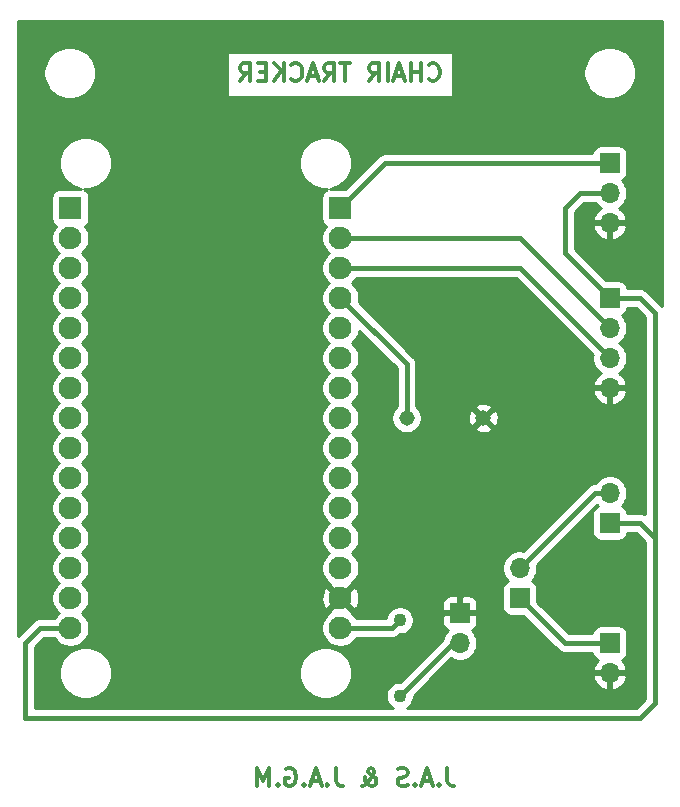
<source format=gbr>
%TF.GenerationSoftware,KiCad,Pcbnew,(5.1.12)-1*%
%TF.CreationDate,2021-12-07T17:24:08+01:00*%
%TF.ProjectId,PCB_Chair_tracker,5043425f-4368-4616-9972-5f747261636b,rev?*%
%TF.SameCoordinates,Original*%
%TF.FileFunction,Copper,L2,Bot*%
%TF.FilePolarity,Positive*%
%FSLAX46Y46*%
G04 Gerber Fmt 4.6, Leading zero omitted, Abs format (unit mm)*
G04 Created by KiCad (PCBNEW (5.1.12)-1) date 2021-12-07 17:24:08*
%MOMM*%
%LPD*%
G01*
G04 APERTURE LIST*
%TA.AperFunction,NonConductor*%
%ADD10C,0.300000*%
%TD*%
%TA.AperFunction,ComponentPad*%
%ADD11R,1.700000X1.700000*%
%TD*%
%TA.AperFunction,ComponentPad*%
%ADD12O,1.700000X1.700000*%
%TD*%
%TA.AperFunction,ComponentPad*%
%ADD13R,1.930000X1.930000*%
%TD*%
%TA.AperFunction,ComponentPad*%
%ADD14C,1.930000*%
%TD*%
%TA.AperFunction,ComponentPad*%
%ADD15C,1.308000*%
%TD*%
%TA.AperFunction,ComponentPad*%
%ADD16C,1.100000*%
%TD*%
%TA.AperFunction,Conductor*%
%ADD17C,0.406400*%
%TD*%
%TA.AperFunction,Conductor*%
%ADD18C,0.254000*%
%TD*%
%TA.AperFunction,Conductor*%
%ADD19C,0.100000*%
%TD*%
G04 APERTURE END LIST*
D10*
X153871428Y-118558571D02*
X153871428Y-119630000D01*
X153942857Y-119844285D01*
X154085714Y-119987142D01*
X154300000Y-120058571D01*
X154442857Y-120058571D01*
X153157142Y-119915714D02*
X153085714Y-119987142D01*
X153157142Y-120058571D01*
X153228571Y-119987142D01*
X153157142Y-119915714D01*
X153157142Y-120058571D01*
X152514285Y-119630000D02*
X151800000Y-119630000D01*
X152657142Y-120058571D02*
X152157142Y-118558571D01*
X151657142Y-120058571D01*
X151157142Y-119915714D02*
X151085714Y-119987142D01*
X151157142Y-120058571D01*
X151228571Y-119987142D01*
X151157142Y-119915714D01*
X151157142Y-120058571D01*
X150514285Y-119987142D02*
X150300000Y-120058571D01*
X149942857Y-120058571D01*
X149800000Y-119987142D01*
X149728571Y-119915714D01*
X149657142Y-119772857D01*
X149657142Y-119630000D01*
X149728571Y-119487142D01*
X149800000Y-119415714D01*
X149942857Y-119344285D01*
X150228571Y-119272857D01*
X150371428Y-119201428D01*
X150442857Y-119130000D01*
X150514285Y-118987142D01*
X150514285Y-118844285D01*
X150442857Y-118701428D01*
X150371428Y-118630000D01*
X150228571Y-118558571D01*
X149871428Y-118558571D01*
X149657142Y-118630000D01*
X146657142Y-120058571D02*
X146728571Y-120058571D01*
X146871428Y-119987142D01*
X147085714Y-119772857D01*
X147442857Y-119344285D01*
X147585714Y-119130000D01*
X147657142Y-118915714D01*
X147657142Y-118772857D01*
X147585714Y-118630000D01*
X147442857Y-118558571D01*
X147371428Y-118558571D01*
X147228571Y-118630000D01*
X147157142Y-118772857D01*
X147157142Y-118844285D01*
X147228571Y-118987142D01*
X147300000Y-119058571D01*
X147728571Y-119344285D01*
X147800000Y-119415714D01*
X147871428Y-119558571D01*
X147871428Y-119772857D01*
X147800000Y-119915714D01*
X147728571Y-119987142D01*
X147585714Y-120058571D01*
X147371428Y-120058571D01*
X147228571Y-119987142D01*
X147157142Y-119915714D01*
X146942857Y-119630000D01*
X146871428Y-119415714D01*
X146871428Y-119272857D01*
X144442857Y-118558571D02*
X144442857Y-119630000D01*
X144514285Y-119844285D01*
X144657142Y-119987142D01*
X144871428Y-120058571D01*
X145014285Y-120058571D01*
X143728571Y-119915714D02*
X143657142Y-119987142D01*
X143728571Y-120058571D01*
X143800000Y-119987142D01*
X143728571Y-119915714D01*
X143728571Y-120058571D01*
X143085714Y-119630000D02*
X142371428Y-119630000D01*
X143228571Y-120058571D02*
X142728571Y-118558571D01*
X142228571Y-120058571D01*
X141728571Y-119915714D02*
X141657142Y-119987142D01*
X141728571Y-120058571D01*
X141800000Y-119987142D01*
X141728571Y-119915714D01*
X141728571Y-120058571D01*
X140228571Y-118630000D02*
X140371428Y-118558571D01*
X140585714Y-118558571D01*
X140800000Y-118630000D01*
X140942857Y-118772857D01*
X141014285Y-118915714D01*
X141085714Y-119201428D01*
X141085714Y-119415714D01*
X141014285Y-119701428D01*
X140942857Y-119844285D01*
X140800000Y-119987142D01*
X140585714Y-120058571D01*
X140442857Y-120058571D01*
X140228571Y-119987142D01*
X140157142Y-119915714D01*
X140157142Y-119415714D01*
X140442857Y-119415714D01*
X139514285Y-119915714D02*
X139442857Y-119987142D01*
X139514285Y-120058571D01*
X139585714Y-119987142D01*
X139514285Y-119915714D01*
X139514285Y-120058571D01*
X138800000Y-120058571D02*
X138800000Y-118558571D01*
X138300000Y-119630000D01*
X137800000Y-118558571D01*
X137800000Y-120058571D01*
X152315714Y-60225714D02*
X152387142Y-60297142D01*
X152601428Y-60368571D01*
X152744285Y-60368571D01*
X152958571Y-60297142D01*
X153101428Y-60154285D01*
X153172857Y-60011428D01*
X153244285Y-59725714D01*
X153244285Y-59511428D01*
X153172857Y-59225714D01*
X153101428Y-59082857D01*
X152958571Y-58940000D01*
X152744285Y-58868571D01*
X152601428Y-58868571D01*
X152387142Y-58940000D01*
X152315714Y-59011428D01*
X151672857Y-60368571D02*
X151672857Y-58868571D01*
X151672857Y-59582857D02*
X150815714Y-59582857D01*
X150815714Y-60368571D02*
X150815714Y-58868571D01*
X150172857Y-59940000D02*
X149458571Y-59940000D01*
X150315714Y-60368571D02*
X149815714Y-58868571D01*
X149315714Y-60368571D01*
X148815714Y-60368571D02*
X148815714Y-58868571D01*
X147244285Y-60368571D02*
X147744285Y-59654285D01*
X148101428Y-60368571D02*
X148101428Y-58868571D01*
X147530000Y-58868571D01*
X147387142Y-58940000D01*
X147315714Y-59011428D01*
X147244285Y-59154285D01*
X147244285Y-59368571D01*
X147315714Y-59511428D01*
X147387142Y-59582857D01*
X147530000Y-59654285D01*
X148101428Y-59654285D01*
X145672857Y-58868571D02*
X144815714Y-58868571D01*
X145244285Y-60368571D02*
X145244285Y-58868571D01*
X143458571Y-60368571D02*
X143958571Y-59654285D01*
X144315714Y-60368571D02*
X144315714Y-58868571D01*
X143744285Y-58868571D01*
X143601428Y-58940000D01*
X143530000Y-59011428D01*
X143458571Y-59154285D01*
X143458571Y-59368571D01*
X143530000Y-59511428D01*
X143601428Y-59582857D01*
X143744285Y-59654285D01*
X144315714Y-59654285D01*
X142887142Y-59940000D02*
X142172857Y-59940000D01*
X143030000Y-60368571D02*
X142530000Y-58868571D01*
X142030000Y-60368571D01*
X140672857Y-60225714D02*
X140744285Y-60297142D01*
X140958571Y-60368571D01*
X141101428Y-60368571D01*
X141315714Y-60297142D01*
X141458571Y-60154285D01*
X141530000Y-60011428D01*
X141601428Y-59725714D01*
X141601428Y-59511428D01*
X141530000Y-59225714D01*
X141458571Y-59082857D01*
X141315714Y-58940000D01*
X141101428Y-58868571D01*
X140958571Y-58868571D01*
X140744285Y-58940000D01*
X140672857Y-59011428D01*
X140030000Y-60368571D02*
X140030000Y-58868571D01*
X139172857Y-60368571D02*
X139815714Y-59511428D01*
X139172857Y-58868571D02*
X140030000Y-59725714D01*
X138530000Y-59582857D02*
X138030000Y-59582857D01*
X137815714Y-60368571D02*
X138530000Y-60368571D01*
X138530000Y-58868571D01*
X137815714Y-58868571D01*
X136315714Y-60368571D02*
X136815714Y-59654285D01*
X137172857Y-60368571D02*
X137172857Y-58868571D01*
X136601428Y-58868571D01*
X136458571Y-58940000D01*
X136387142Y-59011428D01*
X136315714Y-59154285D01*
X136315714Y-59368571D01*
X136387142Y-59511428D01*
X136458571Y-59582857D01*
X136601428Y-59654285D01*
X137172857Y-59654285D01*
D11*
%TO.P,tp2,1*%
%TO.N,/VIN*%
X167640000Y-97790000D03*
D12*
%TO.P,tp2,2*%
%TO.N,/B+*%
X167640000Y-95250000D03*
%TD*%
D13*
%TO.P,ESP1,J1_1*%
%TO.N,N/C*%
X121960001Y-71120000D03*
D14*
%TO.P,ESP1,J1_2*%
X121960001Y-73660000D03*
%TO.P,ESP1,J1_3*%
X121960001Y-76200000D03*
%TO.P,ESP1,J1_4*%
X121960001Y-78740000D03*
%TO.P,ESP1,J1_5*%
X121960001Y-81280000D03*
%TO.P,ESP1,J1_6*%
X121960001Y-83820000D03*
%TO.P,ESP1,J1_7*%
X121960001Y-86360000D03*
%TO.P,ESP1,J1_8*%
X121960001Y-88900000D03*
%TO.P,ESP1,J1_9*%
X121960001Y-91440000D03*
%TO.P,ESP1,J1_10*%
X121960001Y-93980000D03*
%TO.P,ESP1,J1_11*%
X121960001Y-96520000D03*
%TO.P,ESP1,J1_12*%
X121960001Y-99060000D03*
%TO.P,ESP1,J1_13*%
X121960001Y-101600000D03*
%TO.P,ESP1,J1_14*%
X121960001Y-104140000D03*
%TO.P,ESP1,J1_15*%
%TO.N,/VIN*%
X121960001Y-106680000D03*
D13*
%TO.P,ESP1,J2_1*%
%TO.N,/VIBRADOR_PIN*%
X144820001Y-71120000D03*
D14*
%TO.P,ESP1,J2_2*%
%TO.N,/TRIGGER_PIN*%
X144820001Y-73660000D03*
%TO.P,ESP1,J2_3*%
%TO.N,/ECHO_PIN*%
X144820001Y-76200000D03*
%TO.P,ESP1,J2_4*%
%TO.N,/ALARMA_PIN*%
X144820001Y-78740000D03*
%TO.P,ESP1,J2_5*%
%TO.N,N/C*%
X144820001Y-81280000D03*
%TO.P,ESP1,J2_6*%
X144820001Y-83820000D03*
%TO.P,ESP1,J2_7*%
X144820001Y-86360000D03*
%TO.P,ESP1,J2_8*%
X144820001Y-88900000D03*
%TO.P,ESP1,J2_9*%
X144820001Y-91440000D03*
%TO.P,ESP1,J2_10*%
X144820001Y-93980000D03*
%TO.P,ESP1,J2_11*%
X144820001Y-96520000D03*
%TO.P,ESP1,J2_12*%
X144820001Y-99060000D03*
%TO.P,ESP1,J2_13*%
X144820001Y-101600000D03*
%TO.P,ESP1,J2_14*%
%TO.N,/GND*%
X144820001Y-104140000D03*
%TO.P,ESP1,J2_15*%
%TO.N,/3V3*%
X144820001Y-106680000D03*
%TD*%
D11*
%TO.P,Prox1,1*%
%TO.N,/VIN*%
X167640000Y-78740000D03*
D12*
%TO.P,Prox1,2*%
%TO.N,/TRIGGER_PIN*%
X167640000Y-81280000D03*
%TO.P,Prox1,3*%
%TO.N,/ECHO_PIN*%
X167640000Y-83820000D03*
%TO.P,Prox1,4*%
%TO.N,/GND*%
X167640000Y-86360000D03*
%TD*%
D11*
%TO.P,Vib1,1*%
%TO.N,/VIBRADOR_PIN*%
X167640000Y-67310000D03*
D12*
%TO.P,Vib1,2*%
%TO.N,/VIN*%
X167640000Y-69850000D03*
%TO.P,Vib1,3*%
%TO.N,/GND*%
X167640000Y-72390000D03*
%TD*%
D11*
%TO.P,bat1,1*%
%TO.N,/B-*%
X160020000Y-104140000D03*
D12*
%TO.P,bat1,2*%
%TO.N,/B+*%
X160020000Y-101600000D03*
%TD*%
%TO.P,tp1,2*%
%TO.N,/GND*%
X167640000Y-110490000D03*
D11*
%TO.P,tp1,1*%
%TO.N,/B-*%
X167640000Y-107950000D03*
%TD*%
D12*
%TO.P,led1,2*%
%TO.N,Net-(R1-Pad2)*%
X154940000Y-107950000D03*
D11*
%TO.P,led1,1*%
%TO.N,/GND*%
X154940000Y-105410000D03*
%TD*%
D15*
%TO.P,Alt1,P*%
%TO.N,/ALARMA_PIN*%
X150420000Y-88900000D03*
%TO.P,Alt1,N*%
%TO.N,/GND*%
X156920000Y-88900000D03*
%TD*%
D16*
%TO.P,R1,1*%
%TO.N,/3V3*%
X149860000Y-106020000D03*
%TO.P,R1,2*%
%TO.N,Net-(R1-Pad2)*%
X149860000Y-112420000D03*
%TD*%
D17*
%TO.N,/VIN*%
X170180000Y-97790000D02*
X167640000Y-97790000D01*
X171450000Y-113030000D02*
X171450000Y-99060000D01*
X171450000Y-99060000D02*
X170180000Y-97790000D01*
X170180000Y-114300000D02*
X171450000Y-113030000D01*
X118110000Y-114300000D02*
X170180000Y-114300000D01*
X118110000Y-107950000D02*
X118110000Y-114300000D01*
X119380000Y-106680000D02*
X118110000Y-107950000D01*
X121960001Y-106680000D02*
X119380000Y-106680000D01*
X171450000Y-99060000D02*
X171450000Y-80010000D01*
X171450000Y-80010000D02*
X170180000Y-78740000D01*
X170180000Y-78740000D02*
X167640000Y-78740000D01*
X165100000Y-69850000D02*
X167640000Y-69850000D01*
X163830000Y-71120000D02*
X165100000Y-69850000D01*
X163830000Y-74930000D02*
X163830000Y-71120000D01*
X167640000Y-78740000D02*
X163830000Y-74930000D01*
%TO.N,/VIBRADOR_PIN*%
X148630001Y-67310000D02*
X167640000Y-67310000D01*
X144820001Y-71120000D02*
X148630001Y-67310000D01*
%TO.N,/TRIGGER_PIN*%
X160020000Y-73660000D02*
X167640000Y-81280000D01*
X144820001Y-73660000D02*
X160020000Y-73660000D01*
%TO.N,/ECHO_PIN*%
X160020000Y-76200000D02*
X167640000Y-83820000D01*
X144820001Y-76200000D02*
X160020000Y-76200000D01*
%TO.N,/ALARMA_PIN*%
X150420000Y-84339999D02*
X150420000Y-88900000D01*
X144820001Y-78740000D02*
X150420000Y-84339999D01*
%TO.N,/3V3*%
X149200000Y-106680000D02*
X149860000Y-106020000D01*
X144820001Y-106680000D02*
X149200000Y-106680000D01*
%TO.N,/B-*%
X163830000Y-107950000D02*
X160020000Y-104140000D01*
X167640000Y-107950000D02*
X163830000Y-107950000D01*
%TO.N,/B+*%
X166370000Y-95250000D02*
X160020000Y-101600000D01*
X167640000Y-95250000D02*
X166370000Y-95250000D01*
%TO.N,Net-(R1-Pad2)*%
X154330000Y-107950000D02*
X154940000Y-107950000D01*
X149860000Y-112420000D02*
X154330000Y-107950000D01*
%TD*%
D18*
%TO.N,/GND*%
X172060000Y-79432027D02*
X172045564Y-79414436D01*
X172013587Y-79388193D01*
X170801811Y-78176418D01*
X170775564Y-78144436D01*
X170647932Y-78039691D01*
X170502317Y-77961858D01*
X170344316Y-77913929D01*
X170221170Y-77901800D01*
X170221163Y-77901800D01*
X170180000Y-77897746D01*
X170138837Y-77901800D01*
X169128072Y-77901800D01*
X169128072Y-77890000D01*
X169115812Y-77765518D01*
X169079502Y-77645820D01*
X169020537Y-77535506D01*
X168941185Y-77438815D01*
X168844494Y-77359463D01*
X168734180Y-77300498D01*
X168614482Y-77264188D01*
X168490000Y-77251928D01*
X167337322Y-77251928D01*
X164668200Y-74582807D01*
X164668200Y-72746890D01*
X166198524Y-72746890D01*
X166243175Y-72894099D01*
X166368359Y-73156920D01*
X166542412Y-73390269D01*
X166758645Y-73585178D01*
X167008748Y-73734157D01*
X167283109Y-73831481D01*
X167513000Y-73710814D01*
X167513000Y-72517000D01*
X167767000Y-72517000D01*
X167767000Y-73710814D01*
X167996891Y-73831481D01*
X168271252Y-73734157D01*
X168521355Y-73585178D01*
X168737588Y-73390269D01*
X168911641Y-73156920D01*
X169036825Y-72894099D01*
X169081476Y-72746890D01*
X168960155Y-72517000D01*
X167767000Y-72517000D01*
X167513000Y-72517000D01*
X166319845Y-72517000D01*
X166198524Y-72746890D01*
X164668200Y-72746890D01*
X164668200Y-71467193D01*
X165447194Y-70688200D01*
X166414073Y-70688200D01*
X166486525Y-70796632D01*
X166693368Y-71003475D01*
X166875534Y-71125195D01*
X166758645Y-71194822D01*
X166542412Y-71389731D01*
X166368359Y-71623080D01*
X166243175Y-71885901D01*
X166198524Y-72033110D01*
X166319845Y-72263000D01*
X167513000Y-72263000D01*
X167513000Y-72243000D01*
X167767000Y-72243000D01*
X167767000Y-72263000D01*
X168960155Y-72263000D01*
X169081476Y-72033110D01*
X169036825Y-71885901D01*
X168911641Y-71623080D01*
X168737588Y-71389731D01*
X168521355Y-71194822D01*
X168404466Y-71125195D01*
X168586632Y-71003475D01*
X168793475Y-70796632D01*
X168955990Y-70553411D01*
X169067932Y-70283158D01*
X169125000Y-69996260D01*
X169125000Y-69703740D01*
X169067932Y-69416842D01*
X168955990Y-69146589D01*
X168793475Y-68903368D01*
X168661620Y-68771513D01*
X168734180Y-68749502D01*
X168844494Y-68690537D01*
X168941185Y-68611185D01*
X169020537Y-68514494D01*
X169079502Y-68404180D01*
X169115812Y-68284482D01*
X169128072Y-68160000D01*
X169128072Y-66460000D01*
X169115812Y-66335518D01*
X169079502Y-66215820D01*
X169020537Y-66105506D01*
X168941185Y-66008815D01*
X168844494Y-65929463D01*
X168734180Y-65870498D01*
X168614482Y-65834188D01*
X168490000Y-65821928D01*
X166790000Y-65821928D01*
X166665518Y-65834188D01*
X166545820Y-65870498D01*
X166435506Y-65929463D01*
X166338815Y-66008815D01*
X166259463Y-66105506D01*
X166200498Y-66215820D01*
X166164188Y-66335518D01*
X166151928Y-66460000D01*
X166151928Y-66471800D01*
X148671164Y-66471800D01*
X148630001Y-66467746D01*
X148588838Y-66471800D01*
X148588831Y-66471800D01*
X148465685Y-66483929D01*
X148307684Y-66531858D01*
X148162069Y-66609691D01*
X148034437Y-66714436D01*
X148008195Y-66746412D01*
X145237680Y-69516928D01*
X143911256Y-69516928D01*
X144201926Y-69459110D01*
X144608670Y-69290631D01*
X144974730Y-69046038D01*
X145286039Y-68734729D01*
X145530632Y-68368669D01*
X145699111Y-67961925D01*
X145785001Y-67530128D01*
X145785001Y-67089872D01*
X145699111Y-66658075D01*
X145530632Y-66251331D01*
X145286039Y-65885271D01*
X144974730Y-65573962D01*
X144608670Y-65329369D01*
X144201926Y-65160890D01*
X143770129Y-65075000D01*
X143329873Y-65075000D01*
X142898076Y-65160890D01*
X142491332Y-65329369D01*
X142125272Y-65573962D01*
X141813963Y-65885271D01*
X141569370Y-66251331D01*
X141400891Y-66658075D01*
X141315001Y-67089872D01*
X141315001Y-67530128D01*
X141400891Y-67961925D01*
X141569370Y-68368669D01*
X141813963Y-68734729D01*
X142125272Y-69046038D01*
X142491332Y-69290631D01*
X142898076Y-69459110D01*
X143329873Y-69545000D01*
X143678394Y-69545000D01*
X143610821Y-69565498D01*
X143500507Y-69624463D01*
X143403816Y-69703815D01*
X143324464Y-69800506D01*
X143265499Y-69910820D01*
X143229189Y-70030518D01*
X143216929Y-70155000D01*
X143216929Y-72085000D01*
X143229189Y-72209482D01*
X143265499Y-72329180D01*
X143324464Y-72439494D01*
X143403816Y-72536185D01*
X143500507Y-72615537D01*
X143569090Y-72652196D01*
X143402099Y-72902116D01*
X143281488Y-73193297D01*
X143220001Y-73502414D01*
X143220001Y-73817586D01*
X143281488Y-74126703D01*
X143402099Y-74417884D01*
X143577200Y-74679941D01*
X143800060Y-74902801D01*
X143840766Y-74930000D01*
X143800060Y-74957199D01*
X143577200Y-75180059D01*
X143402099Y-75442116D01*
X143281488Y-75733297D01*
X143220001Y-76042414D01*
X143220001Y-76357586D01*
X143281488Y-76666703D01*
X143402099Y-76957884D01*
X143577200Y-77219941D01*
X143800060Y-77442801D01*
X143840766Y-77470000D01*
X143800060Y-77497199D01*
X143577200Y-77720059D01*
X143402099Y-77982116D01*
X143281488Y-78273297D01*
X143220001Y-78582414D01*
X143220001Y-78897586D01*
X143281488Y-79206703D01*
X143402099Y-79497884D01*
X143577200Y-79759941D01*
X143800060Y-79982801D01*
X143840766Y-80010000D01*
X143800060Y-80037199D01*
X143577200Y-80260059D01*
X143402099Y-80522116D01*
X143281488Y-80813297D01*
X143220001Y-81122414D01*
X143220001Y-81437586D01*
X143281488Y-81746703D01*
X143402099Y-82037884D01*
X143577200Y-82299941D01*
X143800060Y-82522801D01*
X143840766Y-82550000D01*
X143800060Y-82577199D01*
X143577200Y-82800059D01*
X143402099Y-83062116D01*
X143281488Y-83353297D01*
X143220001Y-83662414D01*
X143220001Y-83977586D01*
X143281488Y-84286703D01*
X143402099Y-84577884D01*
X143577200Y-84839941D01*
X143800060Y-85062801D01*
X143840766Y-85090000D01*
X143800060Y-85117199D01*
X143577200Y-85340059D01*
X143402099Y-85602116D01*
X143281488Y-85893297D01*
X143220001Y-86202414D01*
X143220001Y-86517586D01*
X143281488Y-86826703D01*
X143402099Y-87117884D01*
X143577200Y-87379941D01*
X143800060Y-87602801D01*
X143840766Y-87630000D01*
X143800060Y-87657199D01*
X143577200Y-87880059D01*
X143402099Y-88142116D01*
X143281488Y-88433297D01*
X143220001Y-88742414D01*
X143220001Y-89057586D01*
X143281488Y-89366703D01*
X143402099Y-89657884D01*
X143577200Y-89919941D01*
X143800060Y-90142801D01*
X143840766Y-90170000D01*
X143800060Y-90197199D01*
X143577200Y-90420059D01*
X143402099Y-90682116D01*
X143281488Y-90973297D01*
X143220001Y-91282414D01*
X143220001Y-91597586D01*
X143281488Y-91906703D01*
X143402099Y-92197884D01*
X143577200Y-92459941D01*
X143800060Y-92682801D01*
X143840766Y-92710000D01*
X143800060Y-92737199D01*
X143577200Y-92960059D01*
X143402099Y-93222116D01*
X143281488Y-93513297D01*
X143220001Y-93822414D01*
X143220001Y-94137586D01*
X143281488Y-94446703D01*
X143402099Y-94737884D01*
X143577200Y-94999941D01*
X143800060Y-95222801D01*
X143840766Y-95250000D01*
X143800060Y-95277199D01*
X143577200Y-95500059D01*
X143402099Y-95762116D01*
X143281488Y-96053297D01*
X143220001Y-96362414D01*
X143220001Y-96677586D01*
X143281488Y-96986703D01*
X143402099Y-97277884D01*
X143577200Y-97539941D01*
X143800060Y-97762801D01*
X143840766Y-97790000D01*
X143800060Y-97817199D01*
X143577200Y-98040059D01*
X143402099Y-98302116D01*
X143281488Y-98593297D01*
X143220001Y-98902414D01*
X143220001Y-99217586D01*
X143281488Y-99526703D01*
X143402099Y-99817884D01*
X143577200Y-100079941D01*
X143800060Y-100302801D01*
X143840766Y-100330000D01*
X143800060Y-100357199D01*
X143577200Y-100580059D01*
X143402099Y-100842116D01*
X143281488Y-101133297D01*
X143220001Y-101442414D01*
X143220001Y-101757586D01*
X143281488Y-102066703D01*
X143402099Y-102357884D01*
X143577200Y-102619941D01*
X143800060Y-102842801D01*
X143925320Y-102926497D01*
X143889154Y-103029548D01*
X144820001Y-103960395D01*
X145750848Y-103029548D01*
X145714682Y-102926497D01*
X145839942Y-102842801D01*
X146062802Y-102619941D01*
X146237903Y-102357884D01*
X146358514Y-102066703D01*
X146420001Y-101757586D01*
X146420001Y-101442414D01*
X146358514Y-101133297D01*
X146237903Y-100842116D01*
X146062802Y-100580059D01*
X145839942Y-100357199D01*
X145799236Y-100330000D01*
X145839942Y-100302801D01*
X146062802Y-100079941D01*
X146237903Y-99817884D01*
X146358514Y-99526703D01*
X146420001Y-99217586D01*
X146420001Y-98902414D01*
X146358514Y-98593297D01*
X146237903Y-98302116D01*
X146062802Y-98040059D01*
X145839942Y-97817199D01*
X145799236Y-97790000D01*
X145839942Y-97762801D01*
X146062802Y-97539941D01*
X146237903Y-97277884D01*
X146358514Y-96986703D01*
X146420001Y-96677586D01*
X146420001Y-96362414D01*
X146358514Y-96053297D01*
X146237903Y-95762116D01*
X146062802Y-95500059D01*
X145839942Y-95277199D01*
X145799236Y-95250000D01*
X145839942Y-95222801D01*
X146062802Y-94999941D01*
X146237903Y-94737884D01*
X146358514Y-94446703D01*
X146420001Y-94137586D01*
X146420001Y-93822414D01*
X146358514Y-93513297D01*
X146237903Y-93222116D01*
X146062802Y-92960059D01*
X145839942Y-92737199D01*
X145799236Y-92710000D01*
X145839942Y-92682801D01*
X146062802Y-92459941D01*
X146237903Y-92197884D01*
X146358514Y-91906703D01*
X146420001Y-91597586D01*
X146420001Y-91282414D01*
X146358514Y-90973297D01*
X146237903Y-90682116D01*
X146062802Y-90420059D01*
X145839942Y-90197199D01*
X145799236Y-90170000D01*
X145839942Y-90142801D01*
X146062802Y-89919941D01*
X146237903Y-89657884D01*
X146358514Y-89366703D01*
X146420001Y-89057586D01*
X146420001Y-88742414D01*
X146358514Y-88433297D01*
X146237903Y-88142116D01*
X146062802Y-87880059D01*
X145839942Y-87657199D01*
X145799236Y-87630000D01*
X145839942Y-87602801D01*
X146062802Y-87379941D01*
X146237903Y-87117884D01*
X146358514Y-86826703D01*
X146420001Y-86517586D01*
X146420001Y-86202414D01*
X146358514Y-85893297D01*
X146237903Y-85602116D01*
X146062802Y-85340059D01*
X145839942Y-85117199D01*
X145799236Y-85090000D01*
X145839942Y-85062801D01*
X146062802Y-84839941D01*
X146237903Y-84577884D01*
X146358514Y-84286703D01*
X146420001Y-83977586D01*
X146420001Y-83662414D01*
X146358514Y-83353297D01*
X146237903Y-83062116D01*
X146062802Y-82800059D01*
X145839942Y-82577199D01*
X145799236Y-82550000D01*
X145839942Y-82522801D01*
X146062802Y-82299941D01*
X146237903Y-82037884D01*
X146358514Y-81746703D01*
X146405433Y-81510825D01*
X149581800Y-84687192D01*
X149581801Y-87915277D01*
X149418768Y-88078310D01*
X149277703Y-88289430D01*
X149180535Y-88524013D01*
X149131000Y-88773045D01*
X149131000Y-89026955D01*
X149180535Y-89275987D01*
X149277703Y-89510570D01*
X149418768Y-89721690D01*
X149598310Y-89901232D01*
X149809430Y-90042297D01*
X150044013Y-90139465D01*
X150293045Y-90189000D01*
X150546955Y-90189000D01*
X150795987Y-90139465D01*
X151030570Y-90042297D01*
X151241690Y-89901232D01*
X151354535Y-89788387D01*
X156211218Y-89788387D01*
X156265093Y-90017468D01*
X156495684Y-90123763D01*
X156742581Y-90183028D01*
X156996296Y-90192988D01*
X157247079Y-90153259D01*
X157485293Y-90065368D01*
X157574907Y-90017468D01*
X157628782Y-89788387D01*
X156920000Y-89079605D01*
X156211218Y-89788387D01*
X151354535Y-89788387D01*
X151421232Y-89721690D01*
X151562297Y-89510570D01*
X151659465Y-89275987D01*
X151709000Y-89026955D01*
X151709000Y-88976296D01*
X155627012Y-88976296D01*
X155666741Y-89227079D01*
X155754632Y-89465293D01*
X155802532Y-89554907D01*
X156031613Y-89608782D01*
X156740395Y-88900000D01*
X157099605Y-88900000D01*
X157808387Y-89608782D01*
X158037468Y-89554907D01*
X158143763Y-89324316D01*
X158203028Y-89077419D01*
X158212988Y-88823704D01*
X158173259Y-88572921D01*
X158085368Y-88334707D01*
X158037468Y-88245093D01*
X157808387Y-88191218D01*
X157099605Y-88900000D01*
X156740395Y-88900000D01*
X156031613Y-88191218D01*
X155802532Y-88245093D01*
X155696237Y-88475684D01*
X155636972Y-88722581D01*
X155627012Y-88976296D01*
X151709000Y-88976296D01*
X151709000Y-88773045D01*
X151659465Y-88524013D01*
X151562297Y-88289430D01*
X151421232Y-88078310D01*
X151354535Y-88011613D01*
X156211218Y-88011613D01*
X156920000Y-88720395D01*
X157628782Y-88011613D01*
X157574907Y-87782532D01*
X157344316Y-87676237D01*
X157097419Y-87616972D01*
X156843704Y-87607012D01*
X156592921Y-87646741D01*
X156354707Y-87734632D01*
X156265093Y-87782532D01*
X156211218Y-88011613D01*
X151354535Y-88011613D01*
X151258200Y-87915278D01*
X151258200Y-86716890D01*
X166198524Y-86716890D01*
X166243175Y-86864099D01*
X166368359Y-87126920D01*
X166542412Y-87360269D01*
X166758645Y-87555178D01*
X167008748Y-87704157D01*
X167283109Y-87801481D01*
X167513000Y-87680814D01*
X167513000Y-86487000D01*
X167767000Y-86487000D01*
X167767000Y-87680814D01*
X167996891Y-87801481D01*
X168271252Y-87704157D01*
X168521355Y-87555178D01*
X168737588Y-87360269D01*
X168911641Y-87126920D01*
X169036825Y-86864099D01*
X169081476Y-86716890D01*
X168960155Y-86487000D01*
X167767000Y-86487000D01*
X167513000Y-86487000D01*
X166319845Y-86487000D01*
X166198524Y-86716890D01*
X151258200Y-86716890D01*
X151258200Y-84381169D01*
X151262255Y-84339999D01*
X151246071Y-84175683D01*
X151198142Y-84017682D01*
X151120309Y-83872067D01*
X151077578Y-83819999D01*
X151015564Y-83744435D01*
X150983583Y-83718189D01*
X146377359Y-79111965D01*
X146420001Y-78897586D01*
X146420001Y-78582414D01*
X146358514Y-78273297D01*
X146237903Y-77982116D01*
X146062802Y-77720059D01*
X145839942Y-77497199D01*
X145799236Y-77470000D01*
X145839942Y-77442801D01*
X146062802Y-77219941D01*
X146184238Y-77038200D01*
X159672807Y-77038200D01*
X166180442Y-83545836D01*
X166155000Y-83673740D01*
X166155000Y-83966260D01*
X166212068Y-84253158D01*
X166324010Y-84523411D01*
X166486525Y-84766632D01*
X166693368Y-84973475D01*
X166875534Y-85095195D01*
X166758645Y-85164822D01*
X166542412Y-85359731D01*
X166368359Y-85593080D01*
X166243175Y-85855901D01*
X166198524Y-86003110D01*
X166319845Y-86233000D01*
X167513000Y-86233000D01*
X167513000Y-86213000D01*
X167767000Y-86213000D01*
X167767000Y-86233000D01*
X168960155Y-86233000D01*
X169081476Y-86003110D01*
X169036825Y-85855901D01*
X168911641Y-85593080D01*
X168737588Y-85359731D01*
X168521355Y-85164822D01*
X168404466Y-85095195D01*
X168586632Y-84973475D01*
X168793475Y-84766632D01*
X168955990Y-84523411D01*
X169067932Y-84253158D01*
X169125000Y-83966260D01*
X169125000Y-83673740D01*
X169067932Y-83386842D01*
X168955990Y-83116589D01*
X168793475Y-82873368D01*
X168586632Y-82666525D01*
X168412240Y-82550000D01*
X168586632Y-82433475D01*
X168793475Y-82226632D01*
X168955990Y-81983411D01*
X169067932Y-81713158D01*
X169125000Y-81426260D01*
X169125000Y-81133740D01*
X169067932Y-80846842D01*
X168955990Y-80576589D01*
X168793475Y-80333368D01*
X168661620Y-80201513D01*
X168734180Y-80179502D01*
X168844494Y-80120537D01*
X168941185Y-80041185D01*
X169020537Y-79944494D01*
X169079502Y-79834180D01*
X169115812Y-79714482D01*
X169128072Y-79590000D01*
X169128072Y-79578200D01*
X169832807Y-79578200D01*
X170611801Y-80357195D01*
X170611800Y-97070378D01*
X170502317Y-97011858D01*
X170344316Y-96963929D01*
X170221170Y-96951800D01*
X170221163Y-96951800D01*
X170180000Y-96947746D01*
X170138837Y-96951800D01*
X169128072Y-96951800D01*
X169128072Y-96940000D01*
X169115812Y-96815518D01*
X169079502Y-96695820D01*
X169020537Y-96585506D01*
X168941185Y-96488815D01*
X168844494Y-96409463D01*
X168734180Y-96350498D01*
X168661620Y-96328487D01*
X168793475Y-96196632D01*
X168955990Y-95953411D01*
X169067932Y-95683158D01*
X169125000Y-95396260D01*
X169125000Y-95103740D01*
X169067932Y-94816842D01*
X168955990Y-94546589D01*
X168793475Y-94303368D01*
X168586632Y-94096525D01*
X168343411Y-93934010D01*
X168073158Y-93822068D01*
X167786260Y-93765000D01*
X167493740Y-93765000D01*
X167206842Y-93822068D01*
X166936589Y-93934010D01*
X166693368Y-94096525D01*
X166486525Y-94303368D01*
X166414073Y-94411800D01*
X166411162Y-94411800D01*
X166369999Y-94407746D01*
X166328836Y-94411800D01*
X166328830Y-94411800D01*
X166205684Y-94423929D01*
X166047683Y-94471858D01*
X165902068Y-94549691D01*
X165774436Y-94654436D01*
X165748194Y-94686412D01*
X160294165Y-100140442D01*
X160166260Y-100115000D01*
X159873740Y-100115000D01*
X159586842Y-100172068D01*
X159316589Y-100284010D01*
X159073368Y-100446525D01*
X158866525Y-100653368D01*
X158704010Y-100896589D01*
X158592068Y-101166842D01*
X158535000Y-101453740D01*
X158535000Y-101746260D01*
X158592068Y-102033158D01*
X158704010Y-102303411D01*
X158866525Y-102546632D01*
X158998380Y-102678487D01*
X158925820Y-102700498D01*
X158815506Y-102759463D01*
X158718815Y-102838815D01*
X158639463Y-102935506D01*
X158580498Y-103045820D01*
X158544188Y-103165518D01*
X158531928Y-103290000D01*
X158531928Y-104990000D01*
X158544188Y-105114482D01*
X158580498Y-105234180D01*
X158639463Y-105344494D01*
X158718815Y-105441185D01*
X158815506Y-105520537D01*
X158925820Y-105579502D01*
X159045518Y-105615812D01*
X159170000Y-105628072D01*
X160322679Y-105628072D01*
X163208192Y-108513586D01*
X163234436Y-108545564D01*
X163362068Y-108650309D01*
X163507683Y-108728142D01*
X163665684Y-108776071D01*
X163788830Y-108788200D01*
X163788837Y-108788200D01*
X163830000Y-108792254D01*
X163871163Y-108788200D01*
X166151928Y-108788200D01*
X166151928Y-108800000D01*
X166164188Y-108924482D01*
X166200498Y-109044180D01*
X166259463Y-109154494D01*
X166338815Y-109251185D01*
X166435506Y-109330537D01*
X166545820Y-109389502D01*
X166626466Y-109413966D01*
X166542412Y-109489731D01*
X166368359Y-109723080D01*
X166243175Y-109985901D01*
X166198524Y-110133110D01*
X166319845Y-110363000D01*
X167513000Y-110363000D01*
X167513000Y-110343000D01*
X167767000Y-110343000D01*
X167767000Y-110363000D01*
X168960155Y-110363000D01*
X169081476Y-110133110D01*
X169036825Y-109985901D01*
X168911641Y-109723080D01*
X168737588Y-109489731D01*
X168653534Y-109413966D01*
X168734180Y-109389502D01*
X168844494Y-109330537D01*
X168941185Y-109251185D01*
X169020537Y-109154494D01*
X169079502Y-109044180D01*
X169115812Y-108924482D01*
X169128072Y-108800000D01*
X169128072Y-107100000D01*
X169115812Y-106975518D01*
X169079502Y-106855820D01*
X169020537Y-106745506D01*
X168941185Y-106648815D01*
X168844494Y-106569463D01*
X168734180Y-106510498D01*
X168614482Y-106474188D01*
X168490000Y-106461928D01*
X166790000Y-106461928D01*
X166665518Y-106474188D01*
X166545820Y-106510498D01*
X166435506Y-106569463D01*
X166338815Y-106648815D01*
X166259463Y-106745506D01*
X166200498Y-106855820D01*
X166164188Y-106975518D01*
X166151928Y-107100000D01*
X166151928Y-107111800D01*
X164177194Y-107111800D01*
X161508072Y-104442679D01*
X161508072Y-103290000D01*
X161495812Y-103165518D01*
X161459502Y-103045820D01*
X161400537Y-102935506D01*
X161321185Y-102838815D01*
X161224494Y-102759463D01*
X161114180Y-102700498D01*
X161041620Y-102678487D01*
X161173475Y-102546632D01*
X161335990Y-102303411D01*
X161447932Y-102033158D01*
X161505000Y-101746260D01*
X161505000Y-101453740D01*
X161479558Y-101325835D01*
X166547643Y-96257750D01*
X166618380Y-96328487D01*
X166545820Y-96350498D01*
X166435506Y-96409463D01*
X166338815Y-96488815D01*
X166259463Y-96585506D01*
X166200498Y-96695820D01*
X166164188Y-96815518D01*
X166151928Y-96940000D01*
X166151928Y-98640000D01*
X166164188Y-98764482D01*
X166200498Y-98884180D01*
X166259463Y-98994494D01*
X166338815Y-99091185D01*
X166435506Y-99170537D01*
X166545820Y-99229502D01*
X166665518Y-99265812D01*
X166790000Y-99278072D01*
X168490000Y-99278072D01*
X168614482Y-99265812D01*
X168734180Y-99229502D01*
X168844494Y-99170537D01*
X168941185Y-99091185D01*
X169020537Y-98994494D01*
X169079502Y-98884180D01*
X169115812Y-98764482D01*
X169128072Y-98640000D01*
X169128072Y-98628200D01*
X169832807Y-98628200D01*
X170611801Y-99407195D01*
X170611800Y-112682806D01*
X169832807Y-113461800D01*
X150433781Y-113461800D01*
X150615394Y-113340450D01*
X150780450Y-113175394D01*
X150910134Y-112981308D01*
X150999461Y-112765652D01*
X151045000Y-112536712D01*
X151045000Y-112420393D01*
X152618503Y-110846890D01*
X166198524Y-110846890D01*
X166243175Y-110994099D01*
X166368359Y-111256920D01*
X166542412Y-111490269D01*
X166758645Y-111685178D01*
X167008748Y-111834157D01*
X167283109Y-111931481D01*
X167513000Y-111810814D01*
X167513000Y-110617000D01*
X167767000Y-110617000D01*
X167767000Y-111810814D01*
X167996891Y-111931481D01*
X168271252Y-111834157D01*
X168521355Y-111685178D01*
X168737588Y-111490269D01*
X168911641Y-111256920D01*
X169036825Y-110994099D01*
X169081476Y-110846890D01*
X168960155Y-110617000D01*
X167767000Y-110617000D01*
X167513000Y-110617000D01*
X166319845Y-110617000D01*
X166198524Y-110846890D01*
X152618503Y-110846890D01*
X154214298Y-109251096D01*
X154236589Y-109265990D01*
X154506842Y-109377932D01*
X154793740Y-109435000D01*
X155086260Y-109435000D01*
X155373158Y-109377932D01*
X155643411Y-109265990D01*
X155886632Y-109103475D01*
X156093475Y-108896632D01*
X156255990Y-108653411D01*
X156367932Y-108383158D01*
X156425000Y-108096260D01*
X156425000Y-107803740D01*
X156367932Y-107516842D01*
X156255990Y-107246589D01*
X156093475Y-107003368D01*
X155961620Y-106871513D01*
X156034180Y-106849502D01*
X156144494Y-106790537D01*
X156241185Y-106711185D01*
X156320537Y-106614494D01*
X156379502Y-106504180D01*
X156415812Y-106384482D01*
X156428072Y-106260000D01*
X156425000Y-105695750D01*
X156266250Y-105537000D01*
X155067000Y-105537000D01*
X155067000Y-105557000D01*
X154813000Y-105557000D01*
X154813000Y-105537000D01*
X153613750Y-105537000D01*
X153455000Y-105695750D01*
X153451928Y-106260000D01*
X153464188Y-106384482D01*
X153500498Y-106504180D01*
X153559463Y-106614494D01*
X153638815Y-106711185D01*
X153735506Y-106790537D01*
X153845820Y-106849502D01*
X153918380Y-106871513D01*
X153786525Y-107003368D01*
X153624010Y-107246589D01*
X153512068Y-107516842D01*
X153495755Y-107598851D01*
X149859607Y-111235000D01*
X149743288Y-111235000D01*
X149514348Y-111280539D01*
X149298692Y-111369866D01*
X149104606Y-111499550D01*
X148939550Y-111664606D01*
X148809866Y-111858692D01*
X148720539Y-112074348D01*
X148675000Y-112303288D01*
X148675000Y-112536712D01*
X148720539Y-112765652D01*
X148809866Y-112981308D01*
X148939550Y-113175394D01*
X149104606Y-113340450D01*
X149286219Y-113461800D01*
X118948200Y-113461800D01*
X118948200Y-110269872D01*
X120995001Y-110269872D01*
X120995001Y-110710128D01*
X121080891Y-111141925D01*
X121249370Y-111548669D01*
X121493963Y-111914729D01*
X121805272Y-112226038D01*
X122171332Y-112470631D01*
X122578076Y-112639110D01*
X123009873Y-112725000D01*
X123450129Y-112725000D01*
X123881926Y-112639110D01*
X124288670Y-112470631D01*
X124654730Y-112226038D01*
X124966039Y-111914729D01*
X125210632Y-111548669D01*
X125379111Y-111141925D01*
X125465001Y-110710128D01*
X125465001Y-110269872D01*
X141315001Y-110269872D01*
X141315001Y-110710128D01*
X141400891Y-111141925D01*
X141569370Y-111548669D01*
X141813963Y-111914729D01*
X142125272Y-112226038D01*
X142491332Y-112470631D01*
X142898076Y-112639110D01*
X143329873Y-112725000D01*
X143770129Y-112725000D01*
X144201926Y-112639110D01*
X144608670Y-112470631D01*
X144974730Y-112226038D01*
X145286039Y-111914729D01*
X145530632Y-111548669D01*
X145699111Y-111141925D01*
X145785001Y-110710128D01*
X145785001Y-110269872D01*
X145699111Y-109838075D01*
X145530632Y-109431331D01*
X145286039Y-109065271D01*
X144974730Y-108753962D01*
X144608670Y-108509369D01*
X144201926Y-108340890D01*
X143770129Y-108255000D01*
X143329873Y-108255000D01*
X142898076Y-108340890D01*
X142491332Y-108509369D01*
X142125272Y-108753962D01*
X141813963Y-109065271D01*
X141569370Y-109431331D01*
X141400891Y-109838075D01*
X141315001Y-110269872D01*
X125465001Y-110269872D01*
X125379111Y-109838075D01*
X125210632Y-109431331D01*
X124966039Y-109065271D01*
X124654730Y-108753962D01*
X124288670Y-108509369D01*
X123881926Y-108340890D01*
X123450129Y-108255000D01*
X123009873Y-108255000D01*
X122578076Y-108340890D01*
X122171332Y-108509369D01*
X121805272Y-108753962D01*
X121493963Y-109065271D01*
X121249370Y-109431331D01*
X121080891Y-109838075D01*
X120995001Y-110269872D01*
X118948200Y-110269872D01*
X118948200Y-108297193D01*
X119727194Y-107518200D01*
X120595764Y-107518200D01*
X120717200Y-107699941D01*
X120940060Y-107922801D01*
X121202117Y-108097902D01*
X121493298Y-108218513D01*
X121802415Y-108280000D01*
X122117587Y-108280000D01*
X122426704Y-108218513D01*
X122717885Y-108097902D01*
X122979942Y-107922801D01*
X123202802Y-107699941D01*
X123377903Y-107437884D01*
X123498514Y-107146703D01*
X123560001Y-106837586D01*
X123560001Y-106522414D01*
X143220001Y-106522414D01*
X143220001Y-106837586D01*
X143281488Y-107146703D01*
X143402099Y-107437884D01*
X143577200Y-107699941D01*
X143800060Y-107922801D01*
X144062117Y-108097902D01*
X144353298Y-108218513D01*
X144662415Y-108280000D01*
X144977587Y-108280000D01*
X145286704Y-108218513D01*
X145577885Y-108097902D01*
X145839942Y-107922801D01*
X146062802Y-107699941D01*
X146184238Y-107518200D01*
X149158837Y-107518200D01*
X149200000Y-107522254D01*
X149241163Y-107518200D01*
X149241170Y-107518200D01*
X149364316Y-107506071D01*
X149522317Y-107458142D01*
X149667932Y-107380309D01*
X149795564Y-107275564D01*
X149821811Y-107243583D01*
X149860393Y-107205000D01*
X149976712Y-107205000D01*
X150205652Y-107159461D01*
X150421308Y-107070134D01*
X150615394Y-106940450D01*
X150780450Y-106775394D01*
X150910134Y-106581308D01*
X150999461Y-106365652D01*
X151045000Y-106136712D01*
X151045000Y-105903288D01*
X150999461Y-105674348D01*
X150910134Y-105458692D01*
X150780450Y-105264606D01*
X150615394Y-105099550D01*
X150421308Y-104969866D01*
X150205652Y-104880539D01*
X149976712Y-104835000D01*
X149743288Y-104835000D01*
X149514348Y-104880539D01*
X149298692Y-104969866D01*
X149104606Y-105099550D01*
X148939550Y-105264606D01*
X148809866Y-105458692D01*
X148720539Y-105674348D01*
X148687231Y-105841800D01*
X146184238Y-105841800D01*
X146062802Y-105660059D01*
X145839942Y-105437199D01*
X145714682Y-105353503D01*
X145750848Y-105250452D01*
X144820001Y-104319605D01*
X143889154Y-105250452D01*
X143925320Y-105353503D01*
X143800060Y-105437199D01*
X143577200Y-105660059D01*
X143402099Y-105922116D01*
X143281488Y-106213297D01*
X143220001Y-106522414D01*
X123560001Y-106522414D01*
X123498514Y-106213297D01*
X123377903Y-105922116D01*
X123202802Y-105660059D01*
X122979942Y-105437199D01*
X122939236Y-105410000D01*
X122979942Y-105382801D01*
X123202802Y-105159941D01*
X123377903Y-104897884D01*
X123498514Y-104606703D01*
X123560001Y-104297586D01*
X123560001Y-104203980D01*
X143213531Y-104203980D01*
X143256881Y-104516157D01*
X143360301Y-104813879D01*
X143448726Y-104979309D01*
X143709549Y-105070847D01*
X144640396Y-104140000D01*
X144999606Y-104140000D01*
X145930453Y-105070847D01*
X146191276Y-104979309D01*
X146328669Y-104695659D01*
X146363991Y-104560000D01*
X153451928Y-104560000D01*
X153455000Y-105124250D01*
X153613750Y-105283000D01*
X154813000Y-105283000D01*
X154813000Y-104083750D01*
X155067000Y-104083750D01*
X155067000Y-105283000D01*
X156266250Y-105283000D01*
X156425000Y-105124250D01*
X156428072Y-104560000D01*
X156415812Y-104435518D01*
X156379502Y-104315820D01*
X156320537Y-104205506D01*
X156241185Y-104108815D01*
X156144494Y-104029463D01*
X156034180Y-103970498D01*
X155914482Y-103934188D01*
X155790000Y-103921928D01*
X155225750Y-103925000D01*
X155067000Y-104083750D01*
X154813000Y-104083750D01*
X154654250Y-103925000D01*
X154090000Y-103921928D01*
X153965518Y-103934188D01*
X153845820Y-103970498D01*
X153735506Y-104029463D01*
X153638815Y-104108815D01*
X153559463Y-104205506D01*
X153500498Y-104315820D01*
X153464188Y-104435518D01*
X153451928Y-104560000D01*
X146363991Y-104560000D01*
X146408084Y-104390656D01*
X146426471Y-104076020D01*
X146383121Y-103763843D01*
X146279701Y-103466121D01*
X146191276Y-103300691D01*
X145930453Y-103209153D01*
X144999606Y-104140000D01*
X144640396Y-104140000D01*
X143709549Y-103209153D01*
X143448726Y-103300691D01*
X143311333Y-103584341D01*
X143231918Y-103889344D01*
X143213531Y-104203980D01*
X123560001Y-104203980D01*
X123560001Y-103982414D01*
X123498514Y-103673297D01*
X123377903Y-103382116D01*
X123202802Y-103120059D01*
X122979942Y-102897199D01*
X122939236Y-102870000D01*
X122979942Y-102842801D01*
X123202802Y-102619941D01*
X123377903Y-102357884D01*
X123498514Y-102066703D01*
X123560001Y-101757586D01*
X123560001Y-101442414D01*
X123498514Y-101133297D01*
X123377903Y-100842116D01*
X123202802Y-100580059D01*
X122979942Y-100357199D01*
X122939236Y-100330000D01*
X122979942Y-100302801D01*
X123202802Y-100079941D01*
X123377903Y-99817884D01*
X123498514Y-99526703D01*
X123560001Y-99217586D01*
X123560001Y-98902414D01*
X123498514Y-98593297D01*
X123377903Y-98302116D01*
X123202802Y-98040059D01*
X122979942Y-97817199D01*
X122939236Y-97790000D01*
X122979942Y-97762801D01*
X123202802Y-97539941D01*
X123377903Y-97277884D01*
X123498514Y-96986703D01*
X123560001Y-96677586D01*
X123560001Y-96362414D01*
X123498514Y-96053297D01*
X123377903Y-95762116D01*
X123202802Y-95500059D01*
X122979942Y-95277199D01*
X122939236Y-95250000D01*
X122979942Y-95222801D01*
X123202802Y-94999941D01*
X123377903Y-94737884D01*
X123498514Y-94446703D01*
X123560001Y-94137586D01*
X123560001Y-93822414D01*
X123498514Y-93513297D01*
X123377903Y-93222116D01*
X123202802Y-92960059D01*
X122979942Y-92737199D01*
X122939236Y-92710000D01*
X122979942Y-92682801D01*
X123202802Y-92459941D01*
X123377903Y-92197884D01*
X123498514Y-91906703D01*
X123560001Y-91597586D01*
X123560001Y-91282414D01*
X123498514Y-90973297D01*
X123377903Y-90682116D01*
X123202802Y-90420059D01*
X122979942Y-90197199D01*
X122939236Y-90170000D01*
X122979942Y-90142801D01*
X123202802Y-89919941D01*
X123377903Y-89657884D01*
X123498514Y-89366703D01*
X123560001Y-89057586D01*
X123560001Y-88742414D01*
X123498514Y-88433297D01*
X123377903Y-88142116D01*
X123202802Y-87880059D01*
X122979942Y-87657199D01*
X122939236Y-87630000D01*
X122979942Y-87602801D01*
X123202802Y-87379941D01*
X123377903Y-87117884D01*
X123498514Y-86826703D01*
X123560001Y-86517586D01*
X123560001Y-86202414D01*
X123498514Y-85893297D01*
X123377903Y-85602116D01*
X123202802Y-85340059D01*
X122979942Y-85117199D01*
X122939236Y-85090000D01*
X122979942Y-85062801D01*
X123202802Y-84839941D01*
X123377903Y-84577884D01*
X123498514Y-84286703D01*
X123560001Y-83977586D01*
X123560001Y-83662414D01*
X123498514Y-83353297D01*
X123377903Y-83062116D01*
X123202802Y-82800059D01*
X122979942Y-82577199D01*
X122939236Y-82550000D01*
X122979942Y-82522801D01*
X123202802Y-82299941D01*
X123377903Y-82037884D01*
X123498514Y-81746703D01*
X123560001Y-81437586D01*
X123560001Y-81122414D01*
X123498514Y-80813297D01*
X123377903Y-80522116D01*
X123202802Y-80260059D01*
X122979942Y-80037199D01*
X122939236Y-80010000D01*
X122979942Y-79982801D01*
X123202802Y-79759941D01*
X123377903Y-79497884D01*
X123498514Y-79206703D01*
X123560001Y-78897586D01*
X123560001Y-78582414D01*
X123498514Y-78273297D01*
X123377903Y-77982116D01*
X123202802Y-77720059D01*
X122979942Y-77497199D01*
X122939236Y-77470000D01*
X122979942Y-77442801D01*
X123202802Y-77219941D01*
X123377903Y-76957884D01*
X123498514Y-76666703D01*
X123560001Y-76357586D01*
X123560001Y-76042414D01*
X123498514Y-75733297D01*
X123377903Y-75442116D01*
X123202802Y-75180059D01*
X122979942Y-74957199D01*
X122939236Y-74930000D01*
X122979942Y-74902801D01*
X123202802Y-74679941D01*
X123377903Y-74417884D01*
X123498514Y-74126703D01*
X123560001Y-73817586D01*
X123560001Y-73502414D01*
X123498514Y-73193297D01*
X123377903Y-72902116D01*
X123210912Y-72652196D01*
X123279495Y-72615537D01*
X123376186Y-72536185D01*
X123455538Y-72439494D01*
X123514503Y-72329180D01*
X123550813Y-72209482D01*
X123563073Y-72085000D01*
X123563073Y-70155000D01*
X123550813Y-70030518D01*
X123514503Y-69910820D01*
X123455538Y-69800506D01*
X123376186Y-69703815D01*
X123279495Y-69624463D01*
X123169181Y-69565498D01*
X123101608Y-69545000D01*
X123450129Y-69545000D01*
X123881926Y-69459110D01*
X124288670Y-69290631D01*
X124654730Y-69046038D01*
X124966039Y-68734729D01*
X125210632Y-68368669D01*
X125379111Y-67961925D01*
X125465001Y-67530128D01*
X125465001Y-67089872D01*
X125379111Y-66658075D01*
X125210632Y-66251331D01*
X124966039Y-65885271D01*
X124654730Y-65573962D01*
X124288670Y-65329369D01*
X123881926Y-65160890D01*
X123450129Y-65075000D01*
X123009873Y-65075000D01*
X122578076Y-65160890D01*
X122171332Y-65329369D01*
X121805272Y-65573962D01*
X121493963Y-65885271D01*
X121249370Y-66251331D01*
X121080891Y-66658075D01*
X120995001Y-67089872D01*
X120995001Y-67530128D01*
X121080891Y-67961925D01*
X121249370Y-68368669D01*
X121493963Y-68734729D01*
X121805272Y-69046038D01*
X122171332Y-69290631D01*
X122578076Y-69459110D01*
X122868746Y-69516928D01*
X120995001Y-69516928D01*
X120870519Y-69529188D01*
X120750821Y-69565498D01*
X120640507Y-69624463D01*
X120543816Y-69703815D01*
X120464464Y-69800506D01*
X120405499Y-69910820D01*
X120369189Y-70030518D01*
X120356929Y-70155000D01*
X120356929Y-72085000D01*
X120369189Y-72209482D01*
X120405499Y-72329180D01*
X120464464Y-72439494D01*
X120543816Y-72536185D01*
X120640507Y-72615537D01*
X120709090Y-72652196D01*
X120542099Y-72902116D01*
X120421488Y-73193297D01*
X120360001Y-73502414D01*
X120360001Y-73817586D01*
X120421488Y-74126703D01*
X120542099Y-74417884D01*
X120717200Y-74679941D01*
X120940060Y-74902801D01*
X120980766Y-74930000D01*
X120940060Y-74957199D01*
X120717200Y-75180059D01*
X120542099Y-75442116D01*
X120421488Y-75733297D01*
X120360001Y-76042414D01*
X120360001Y-76357586D01*
X120421488Y-76666703D01*
X120542099Y-76957884D01*
X120717200Y-77219941D01*
X120940060Y-77442801D01*
X120980766Y-77470000D01*
X120940060Y-77497199D01*
X120717200Y-77720059D01*
X120542099Y-77982116D01*
X120421488Y-78273297D01*
X120360001Y-78582414D01*
X120360001Y-78897586D01*
X120421488Y-79206703D01*
X120542099Y-79497884D01*
X120717200Y-79759941D01*
X120940060Y-79982801D01*
X120980766Y-80010000D01*
X120940060Y-80037199D01*
X120717200Y-80260059D01*
X120542099Y-80522116D01*
X120421488Y-80813297D01*
X120360001Y-81122414D01*
X120360001Y-81437586D01*
X120421488Y-81746703D01*
X120542099Y-82037884D01*
X120717200Y-82299941D01*
X120940060Y-82522801D01*
X120980766Y-82550000D01*
X120940060Y-82577199D01*
X120717200Y-82800059D01*
X120542099Y-83062116D01*
X120421488Y-83353297D01*
X120360001Y-83662414D01*
X120360001Y-83977586D01*
X120421488Y-84286703D01*
X120542099Y-84577884D01*
X120717200Y-84839941D01*
X120940060Y-85062801D01*
X120980766Y-85090000D01*
X120940060Y-85117199D01*
X120717200Y-85340059D01*
X120542099Y-85602116D01*
X120421488Y-85893297D01*
X120360001Y-86202414D01*
X120360001Y-86517586D01*
X120421488Y-86826703D01*
X120542099Y-87117884D01*
X120717200Y-87379941D01*
X120940060Y-87602801D01*
X120980766Y-87630000D01*
X120940060Y-87657199D01*
X120717200Y-87880059D01*
X120542099Y-88142116D01*
X120421488Y-88433297D01*
X120360001Y-88742414D01*
X120360001Y-89057586D01*
X120421488Y-89366703D01*
X120542099Y-89657884D01*
X120717200Y-89919941D01*
X120940060Y-90142801D01*
X120980766Y-90170000D01*
X120940060Y-90197199D01*
X120717200Y-90420059D01*
X120542099Y-90682116D01*
X120421488Y-90973297D01*
X120360001Y-91282414D01*
X120360001Y-91597586D01*
X120421488Y-91906703D01*
X120542099Y-92197884D01*
X120717200Y-92459941D01*
X120940060Y-92682801D01*
X120980766Y-92710000D01*
X120940060Y-92737199D01*
X120717200Y-92960059D01*
X120542099Y-93222116D01*
X120421488Y-93513297D01*
X120360001Y-93822414D01*
X120360001Y-94137586D01*
X120421488Y-94446703D01*
X120542099Y-94737884D01*
X120717200Y-94999941D01*
X120940060Y-95222801D01*
X120980766Y-95250000D01*
X120940060Y-95277199D01*
X120717200Y-95500059D01*
X120542099Y-95762116D01*
X120421488Y-96053297D01*
X120360001Y-96362414D01*
X120360001Y-96677586D01*
X120421488Y-96986703D01*
X120542099Y-97277884D01*
X120717200Y-97539941D01*
X120940060Y-97762801D01*
X120980766Y-97790000D01*
X120940060Y-97817199D01*
X120717200Y-98040059D01*
X120542099Y-98302116D01*
X120421488Y-98593297D01*
X120360001Y-98902414D01*
X120360001Y-99217586D01*
X120421488Y-99526703D01*
X120542099Y-99817884D01*
X120717200Y-100079941D01*
X120940060Y-100302801D01*
X120980766Y-100330000D01*
X120940060Y-100357199D01*
X120717200Y-100580059D01*
X120542099Y-100842116D01*
X120421488Y-101133297D01*
X120360001Y-101442414D01*
X120360001Y-101757586D01*
X120421488Y-102066703D01*
X120542099Y-102357884D01*
X120717200Y-102619941D01*
X120940060Y-102842801D01*
X120980766Y-102870000D01*
X120940060Y-102897199D01*
X120717200Y-103120059D01*
X120542099Y-103382116D01*
X120421488Y-103673297D01*
X120360001Y-103982414D01*
X120360001Y-104297586D01*
X120421488Y-104606703D01*
X120542099Y-104897884D01*
X120717200Y-105159941D01*
X120940060Y-105382801D01*
X120980766Y-105410000D01*
X120940060Y-105437199D01*
X120717200Y-105660059D01*
X120595764Y-105841800D01*
X119421159Y-105841800D01*
X119379999Y-105837746D01*
X119338839Y-105841800D01*
X119338830Y-105841800D01*
X119215684Y-105853929D01*
X119057683Y-105901858D01*
X118912068Y-105979691D01*
X118784436Y-106084436D01*
X118758193Y-106116413D01*
X117546418Y-107328189D01*
X117514436Y-107354436D01*
X117500000Y-107372026D01*
X117500000Y-59469872D01*
X119685000Y-59469872D01*
X119685000Y-59910128D01*
X119770890Y-60341925D01*
X119939369Y-60748669D01*
X120183962Y-61114729D01*
X120495271Y-61426038D01*
X120861331Y-61670631D01*
X121268075Y-61839110D01*
X121699872Y-61925000D01*
X122140128Y-61925000D01*
X122571925Y-61839110D01*
X122978669Y-61670631D01*
X123344729Y-61426038D01*
X123656038Y-61114729D01*
X123900631Y-60748669D01*
X124069110Y-60341925D01*
X124155000Y-59910128D01*
X124155000Y-59469872D01*
X124069110Y-59038075D01*
X123900631Y-58631331D01*
X123656038Y-58265271D01*
X123344729Y-57953962D01*
X123263970Y-57900000D01*
X135245000Y-57900000D01*
X135245000Y-61720000D01*
X154315000Y-61720000D01*
X154315000Y-59469872D01*
X165405000Y-59469872D01*
X165405000Y-59910128D01*
X165490890Y-60341925D01*
X165659369Y-60748669D01*
X165903962Y-61114729D01*
X166215271Y-61426038D01*
X166581331Y-61670631D01*
X166988075Y-61839110D01*
X167419872Y-61925000D01*
X167860128Y-61925000D01*
X168291925Y-61839110D01*
X168698669Y-61670631D01*
X169064729Y-61426038D01*
X169376038Y-61114729D01*
X169620631Y-60748669D01*
X169789110Y-60341925D01*
X169875000Y-59910128D01*
X169875000Y-59469872D01*
X169789110Y-59038075D01*
X169620631Y-58631331D01*
X169376038Y-58265271D01*
X169064729Y-57953962D01*
X168698669Y-57709369D01*
X168291925Y-57540890D01*
X167860128Y-57455000D01*
X167419872Y-57455000D01*
X166988075Y-57540890D01*
X166581331Y-57709369D01*
X166215271Y-57953962D01*
X165903962Y-58265271D01*
X165659369Y-58631331D01*
X165490890Y-59038075D01*
X165405000Y-59469872D01*
X154315000Y-59469872D01*
X154315000Y-57900000D01*
X135245000Y-57900000D01*
X123263970Y-57900000D01*
X122978669Y-57709369D01*
X122571925Y-57540890D01*
X122140128Y-57455000D01*
X121699872Y-57455000D01*
X121268075Y-57540890D01*
X120861331Y-57709369D01*
X120495271Y-57953962D01*
X120183962Y-58265271D01*
X119939369Y-58631331D01*
X119770890Y-59038075D01*
X119685000Y-59469872D01*
X117500000Y-59469872D01*
X117500000Y-55270000D01*
X172060000Y-55270000D01*
X172060000Y-79432027D01*
%TA.AperFunction,Conductor*%
D19*
G36*
X172060000Y-79432027D02*
G01*
X172045564Y-79414436D01*
X172013587Y-79388193D01*
X170801811Y-78176418D01*
X170775564Y-78144436D01*
X170647932Y-78039691D01*
X170502317Y-77961858D01*
X170344316Y-77913929D01*
X170221170Y-77901800D01*
X170221163Y-77901800D01*
X170180000Y-77897746D01*
X170138837Y-77901800D01*
X169128072Y-77901800D01*
X169128072Y-77890000D01*
X169115812Y-77765518D01*
X169079502Y-77645820D01*
X169020537Y-77535506D01*
X168941185Y-77438815D01*
X168844494Y-77359463D01*
X168734180Y-77300498D01*
X168614482Y-77264188D01*
X168490000Y-77251928D01*
X167337322Y-77251928D01*
X164668200Y-74582807D01*
X164668200Y-72746890D01*
X166198524Y-72746890D01*
X166243175Y-72894099D01*
X166368359Y-73156920D01*
X166542412Y-73390269D01*
X166758645Y-73585178D01*
X167008748Y-73734157D01*
X167283109Y-73831481D01*
X167513000Y-73710814D01*
X167513000Y-72517000D01*
X167767000Y-72517000D01*
X167767000Y-73710814D01*
X167996891Y-73831481D01*
X168271252Y-73734157D01*
X168521355Y-73585178D01*
X168737588Y-73390269D01*
X168911641Y-73156920D01*
X169036825Y-72894099D01*
X169081476Y-72746890D01*
X168960155Y-72517000D01*
X167767000Y-72517000D01*
X167513000Y-72517000D01*
X166319845Y-72517000D01*
X166198524Y-72746890D01*
X164668200Y-72746890D01*
X164668200Y-71467193D01*
X165447194Y-70688200D01*
X166414073Y-70688200D01*
X166486525Y-70796632D01*
X166693368Y-71003475D01*
X166875534Y-71125195D01*
X166758645Y-71194822D01*
X166542412Y-71389731D01*
X166368359Y-71623080D01*
X166243175Y-71885901D01*
X166198524Y-72033110D01*
X166319845Y-72263000D01*
X167513000Y-72263000D01*
X167513000Y-72243000D01*
X167767000Y-72243000D01*
X167767000Y-72263000D01*
X168960155Y-72263000D01*
X169081476Y-72033110D01*
X169036825Y-71885901D01*
X168911641Y-71623080D01*
X168737588Y-71389731D01*
X168521355Y-71194822D01*
X168404466Y-71125195D01*
X168586632Y-71003475D01*
X168793475Y-70796632D01*
X168955990Y-70553411D01*
X169067932Y-70283158D01*
X169125000Y-69996260D01*
X169125000Y-69703740D01*
X169067932Y-69416842D01*
X168955990Y-69146589D01*
X168793475Y-68903368D01*
X168661620Y-68771513D01*
X168734180Y-68749502D01*
X168844494Y-68690537D01*
X168941185Y-68611185D01*
X169020537Y-68514494D01*
X169079502Y-68404180D01*
X169115812Y-68284482D01*
X169128072Y-68160000D01*
X169128072Y-66460000D01*
X169115812Y-66335518D01*
X169079502Y-66215820D01*
X169020537Y-66105506D01*
X168941185Y-66008815D01*
X168844494Y-65929463D01*
X168734180Y-65870498D01*
X168614482Y-65834188D01*
X168490000Y-65821928D01*
X166790000Y-65821928D01*
X166665518Y-65834188D01*
X166545820Y-65870498D01*
X166435506Y-65929463D01*
X166338815Y-66008815D01*
X166259463Y-66105506D01*
X166200498Y-66215820D01*
X166164188Y-66335518D01*
X166151928Y-66460000D01*
X166151928Y-66471800D01*
X148671164Y-66471800D01*
X148630001Y-66467746D01*
X148588838Y-66471800D01*
X148588831Y-66471800D01*
X148465685Y-66483929D01*
X148307684Y-66531858D01*
X148162069Y-66609691D01*
X148034437Y-66714436D01*
X148008195Y-66746412D01*
X145237680Y-69516928D01*
X143911256Y-69516928D01*
X144201926Y-69459110D01*
X144608670Y-69290631D01*
X144974730Y-69046038D01*
X145286039Y-68734729D01*
X145530632Y-68368669D01*
X145699111Y-67961925D01*
X145785001Y-67530128D01*
X145785001Y-67089872D01*
X145699111Y-66658075D01*
X145530632Y-66251331D01*
X145286039Y-65885271D01*
X144974730Y-65573962D01*
X144608670Y-65329369D01*
X144201926Y-65160890D01*
X143770129Y-65075000D01*
X143329873Y-65075000D01*
X142898076Y-65160890D01*
X142491332Y-65329369D01*
X142125272Y-65573962D01*
X141813963Y-65885271D01*
X141569370Y-66251331D01*
X141400891Y-66658075D01*
X141315001Y-67089872D01*
X141315001Y-67530128D01*
X141400891Y-67961925D01*
X141569370Y-68368669D01*
X141813963Y-68734729D01*
X142125272Y-69046038D01*
X142491332Y-69290631D01*
X142898076Y-69459110D01*
X143329873Y-69545000D01*
X143678394Y-69545000D01*
X143610821Y-69565498D01*
X143500507Y-69624463D01*
X143403816Y-69703815D01*
X143324464Y-69800506D01*
X143265499Y-69910820D01*
X143229189Y-70030518D01*
X143216929Y-70155000D01*
X143216929Y-72085000D01*
X143229189Y-72209482D01*
X143265499Y-72329180D01*
X143324464Y-72439494D01*
X143403816Y-72536185D01*
X143500507Y-72615537D01*
X143569090Y-72652196D01*
X143402099Y-72902116D01*
X143281488Y-73193297D01*
X143220001Y-73502414D01*
X143220001Y-73817586D01*
X143281488Y-74126703D01*
X143402099Y-74417884D01*
X143577200Y-74679941D01*
X143800060Y-74902801D01*
X143840766Y-74930000D01*
X143800060Y-74957199D01*
X143577200Y-75180059D01*
X143402099Y-75442116D01*
X143281488Y-75733297D01*
X143220001Y-76042414D01*
X143220001Y-76357586D01*
X143281488Y-76666703D01*
X143402099Y-76957884D01*
X143577200Y-77219941D01*
X143800060Y-77442801D01*
X143840766Y-77470000D01*
X143800060Y-77497199D01*
X143577200Y-77720059D01*
X143402099Y-77982116D01*
X143281488Y-78273297D01*
X143220001Y-78582414D01*
X143220001Y-78897586D01*
X143281488Y-79206703D01*
X143402099Y-79497884D01*
X143577200Y-79759941D01*
X143800060Y-79982801D01*
X143840766Y-80010000D01*
X143800060Y-80037199D01*
X143577200Y-80260059D01*
X143402099Y-80522116D01*
X143281488Y-80813297D01*
X143220001Y-81122414D01*
X143220001Y-81437586D01*
X143281488Y-81746703D01*
X143402099Y-82037884D01*
X143577200Y-82299941D01*
X143800060Y-82522801D01*
X143840766Y-82550000D01*
X143800060Y-82577199D01*
X143577200Y-82800059D01*
X143402099Y-83062116D01*
X143281488Y-83353297D01*
X143220001Y-83662414D01*
X143220001Y-83977586D01*
X143281488Y-84286703D01*
X143402099Y-84577884D01*
X143577200Y-84839941D01*
X143800060Y-85062801D01*
X143840766Y-85090000D01*
X143800060Y-85117199D01*
X143577200Y-85340059D01*
X143402099Y-85602116D01*
X143281488Y-85893297D01*
X143220001Y-86202414D01*
X143220001Y-86517586D01*
X143281488Y-86826703D01*
X143402099Y-87117884D01*
X143577200Y-87379941D01*
X143800060Y-87602801D01*
X143840766Y-87630000D01*
X143800060Y-87657199D01*
X143577200Y-87880059D01*
X143402099Y-88142116D01*
X143281488Y-88433297D01*
X143220001Y-88742414D01*
X143220001Y-89057586D01*
X143281488Y-89366703D01*
X143402099Y-89657884D01*
X143577200Y-89919941D01*
X143800060Y-90142801D01*
X143840766Y-90170000D01*
X143800060Y-90197199D01*
X143577200Y-90420059D01*
X143402099Y-90682116D01*
X143281488Y-90973297D01*
X143220001Y-91282414D01*
X143220001Y-91597586D01*
X143281488Y-91906703D01*
X143402099Y-92197884D01*
X143577200Y-92459941D01*
X143800060Y-92682801D01*
X143840766Y-92710000D01*
X143800060Y-92737199D01*
X143577200Y-92960059D01*
X143402099Y-93222116D01*
X143281488Y-93513297D01*
X143220001Y-93822414D01*
X143220001Y-94137586D01*
X143281488Y-94446703D01*
X143402099Y-94737884D01*
X143577200Y-94999941D01*
X143800060Y-95222801D01*
X143840766Y-95250000D01*
X143800060Y-95277199D01*
X143577200Y-95500059D01*
X143402099Y-95762116D01*
X143281488Y-96053297D01*
X143220001Y-96362414D01*
X143220001Y-96677586D01*
X143281488Y-96986703D01*
X143402099Y-97277884D01*
X143577200Y-97539941D01*
X143800060Y-97762801D01*
X143840766Y-97790000D01*
X143800060Y-97817199D01*
X143577200Y-98040059D01*
X143402099Y-98302116D01*
X143281488Y-98593297D01*
X143220001Y-98902414D01*
X143220001Y-99217586D01*
X143281488Y-99526703D01*
X143402099Y-99817884D01*
X143577200Y-100079941D01*
X143800060Y-100302801D01*
X143840766Y-100330000D01*
X143800060Y-100357199D01*
X143577200Y-100580059D01*
X143402099Y-100842116D01*
X143281488Y-101133297D01*
X143220001Y-101442414D01*
X143220001Y-101757586D01*
X143281488Y-102066703D01*
X143402099Y-102357884D01*
X143577200Y-102619941D01*
X143800060Y-102842801D01*
X143925320Y-102926497D01*
X143889154Y-103029548D01*
X144820001Y-103960395D01*
X145750848Y-103029548D01*
X145714682Y-102926497D01*
X145839942Y-102842801D01*
X146062802Y-102619941D01*
X146237903Y-102357884D01*
X146358514Y-102066703D01*
X146420001Y-101757586D01*
X146420001Y-101442414D01*
X146358514Y-101133297D01*
X146237903Y-100842116D01*
X146062802Y-100580059D01*
X145839942Y-100357199D01*
X145799236Y-100330000D01*
X145839942Y-100302801D01*
X146062802Y-100079941D01*
X146237903Y-99817884D01*
X146358514Y-99526703D01*
X146420001Y-99217586D01*
X146420001Y-98902414D01*
X146358514Y-98593297D01*
X146237903Y-98302116D01*
X146062802Y-98040059D01*
X145839942Y-97817199D01*
X145799236Y-97790000D01*
X145839942Y-97762801D01*
X146062802Y-97539941D01*
X146237903Y-97277884D01*
X146358514Y-96986703D01*
X146420001Y-96677586D01*
X146420001Y-96362414D01*
X146358514Y-96053297D01*
X146237903Y-95762116D01*
X146062802Y-95500059D01*
X145839942Y-95277199D01*
X145799236Y-95250000D01*
X145839942Y-95222801D01*
X146062802Y-94999941D01*
X146237903Y-94737884D01*
X146358514Y-94446703D01*
X146420001Y-94137586D01*
X146420001Y-93822414D01*
X146358514Y-93513297D01*
X146237903Y-93222116D01*
X146062802Y-92960059D01*
X145839942Y-92737199D01*
X145799236Y-92710000D01*
X145839942Y-92682801D01*
X146062802Y-92459941D01*
X146237903Y-92197884D01*
X146358514Y-91906703D01*
X146420001Y-91597586D01*
X146420001Y-91282414D01*
X146358514Y-90973297D01*
X146237903Y-90682116D01*
X146062802Y-90420059D01*
X145839942Y-90197199D01*
X145799236Y-90170000D01*
X145839942Y-90142801D01*
X146062802Y-89919941D01*
X146237903Y-89657884D01*
X146358514Y-89366703D01*
X146420001Y-89057586D01*
X146420001Y-88742414D01*
X146358514Y-88433297D01*
X146237903Y-88142116D01*
X146062802Y-87880059D01*
X145839942Y-87657199D01*
X145799236Y-87630000D01*
X145839942Y-87602801D01*
X146062802Y-87379941D01*
X146237903Y-87117884D01*
X146358514Y-86826703D01*
X146420001Y-86517586D01*
X146420001Y-86202414D01*
X146358514Y-85893297D01*
X146237903Y-85602116D01*
X146062802Y-85340059D01*
X145839942Y-85117199D01*
X145799236Y-85090000D01*
X145839942Y-85062801D01*
X146062802Y-84839941D01*
X146237903Y-84577884D01*
X146358514Y-84286703D01*
X146420001Y-83977586D01*
X146420001Y-83662414D01*
X146358514Y-83353297D01*
X146237903Y-83062116D01*
X146062802Y-82800059D01*
X145839942Y-82577199D01*
X145799236Y-82550000D01*
X145839942Y-82522801D01*
X146062802Y-82299941D01*
X146237903Y-82037884D01*
X146358514Y-81746703D01*
X146405433Y-81510825D01*
X149581800Y-84687192D01*
X149581801Y-87915277D01*
X149418768Y-88078310D01*
X149277703Y-88289430D01*
X149180535Y-88524013D01*
X149131000Y-88773045D01*
X149131000Y-89026955D01*
X149180535Y-89275987D01*
X149277703Y-89510570D01*
X149418768Y-89721690D01*
X149598310Y-89901232D01*
X149809430Y-90042297D01*
X150044013Y-90139465D01*
X150293045Y-90189000D01*
X150546955Y-90189000D01*
X150795987Y-90139465D01*
X151030570Y-90042297D01*
X151241690Y-89901232D01*
X151354535Y-89788387D01*
X156211218Y-89788387D01*
X156265093Y-90017468D01*
X156495684Y-90123763D01*
X156742581Y-90183028D01*
X156996296Y-90192988D01*
X157247079Y-90153259D01*
X157485293Y-90065368D01*
X157574907Y-90017468D01*
X157628782Y-89788387D01*
X156920000Y-89079605D01*
X156211218Y-89788387D01*
X151354535Y-89788387D01*
X151421232Y-89721690D01*
X151562297Y-89510570D01*
X151659465Y-89275987D01*
X151709000Y-89026955D01*
X151709000Y-88976296D01*
X155627012Y-88976296D01*
X155666741Y-89227079D01*
X155754632Y-89465293D01*
X155802532Y-89554907D01*
X156031613Y-89608782D01*
X156740395Y-88900000D01*
X157099605Y-88900000D01*
X157808387Y-89608782D01*
X158037468Y-89554907D01*
X158143763Y-89324316D01*
X158203028Y-89077419D01*
X158212988Y-88823704D01*
X158173259Y-88572921D01*
X158085368Y-88334707D01*
X158037468Y-88245093D01*
X157808387Y-88191218D01*
X157099605Y-88900000D01*
X156740395Y-88900000D01*
X156031613Y-88191218D01*
X155802532Y-88245093D01*
X155696237Y-88475684D01*
X155636972Y-88722581D01*
X155627012Y-88976296D01*
X151709000Y-88976296D01*
X151709000Y-88773045D01*
X151659465Y-88524013D01*
X151562297Y-88289430D01*
X151421232Y-88078310D01*
X151354535Y-88011613D01*
X156211218Y-88011613D01*
X156920000Y-88720395D01*
X157628782Y-88011613D01*
X157574907Y-87782532D01*
X157344316Y-87676237D01*
X157097419Y-87616972D01*
X156843704Y-87607012D01*
X156592921Y-87646741D01*
X156354707Y-87734632D01*
X156265093Y-87782532D01*
X156211218Y-88011613D01*
X151354535Y-88011613D01*
X151258200Y-87915278D01*
X151258200Y-86716890D01*
X166198524Y-86716890D01*
X166243175Y-86864099D01*
X166368359Y-87126920D01*
X166542412Y-87360269D01*
X166758645Y-87555178D01*
X167008748Y-87704157D01*
X167283109Y-87801481D01*
X167513000Y-87680814D01*
X167513000Y-86487000D01*
X167767000Y-86487000D01*
X167767000Y-87680814D01*
X167996891Y-87801481D01*
X168271252Y-87704157D01*
X168521355Y-87555178D01*
X168737588Y-87360269D01*
X168911641Y-87126920D01*
X169036825Y-86864099D01*
X169081476Y-86716890D01*
X168960155Y-86487000D01*
X167767000Y-86487000D01*
X167513000Y-86487000D01*
X166319845Y-86487000D01*
X166198524Y-86716890D01*
X151258200Y-86716890D01*
X151258200Y-84381169D01*
X151262255Y-84339999D01*
X151246071Y-84175683D01*
X151198142Y-84017682D01*
X151120309Y-83872067D01*
X151077578Y-83819999D01*
X151015564Y-83744435D01*
X150983583Y-83718189D01*
X146377359Y-79111965D01*
X146420001Y-78897586D01*
X146420001Y-78582414D01*
X146358514Y-78273297D01*
X146237903Y-77982116D01*
X146062802Y-77720059D01*
X145839942Y-77497199D01*
X145799236Y-77470000D01*
X145839942Y-77442801D01*
X146062802Y-77219941D01*
X146184238Y-77038200D01*
X159672807Y-77038200D01*
X166180442Y-83545836D01*
X166155000Y-83673740D01*
X166155000Y-83966260D01*
X166212068Y-84253158D01*
X166324010Y-84523411D01*
X166486525Y-84766632D01*
X166693368Y-84973475D01*
X166875534Y-85095195D01*
X166758645Y-85164822D01*
X166542412Y-85359731D01*
X166368359Y-85593080D01*
X166243175Y-85855901D01*
X166198524Y-86003110D01*
X166319845Y-86233000D01*
X167513000Y-86233000D01*
X167513000Y-86213000D01*
X167767000Y-86213000D01*
X167767000Y-86233000D01*
X168960155Y-86233000D01*
X169081476Y-86003110D01*
X169036825Y-85855901D01*
X168911641Y-85593080D01*
X168737588Y-85359731D01*
X168521355Y-85164822D01*
X168404466Y-85095195D01*
X168586632Y-84973475D01*
X168793475Y-84766632D01*
X168955990Y-84523411D01*
X169067932Y-84253158D01*
X169125000Y-83966260D01*
X169125000Y-83673740D01*
X169067932Y-83386842D01*
X168955990Y-83116589D01*
X168793475Y-82873368D01*
X168586632Y-82666525D01*
X168412240Y-82550000D01*
X168586632Y-82433475D01*
X168793475Y-82226632D01*
X168955990Y-81983411D01*
X169067932Y-81713158D01*
X169125000Y-81426260D01*
X169125000Y-81133740D01*
X169067932Y-80846842D01*
X168955990Y-80576589D01*
X168793475Y-80333368D01*
X168661620Y-80201513D01*
X168734180Y-80179502D01*
X168844494Y-80120537D01*
X168941185Y-80041185D01*
X169020537Y-79944494D01*
X169079502Y-79834180D01*
X169115812Y-79714482D01*
X169128072Y-79590000D01*
X169128072Y-79578200D01*
X169832807Y-79578200D01*
X170611801Y-80357195D01*
X170611800Y-97070378D01*
X170502317Y-97011858D01*
X170344316Y-96963929D01*
X170221170Y-96951800D01*
X170221163Y-96951800D01*
X170180000Y-96947746D01*
X170138837Y-96951800D01*
X169128072Y-96951800D01*
X169128072Y-96940000D01*
X169115812Y-96815518D01*
X169079502Y-96695820D01*
X169020537Y-96585506D01*
X168941185Y-96488815D01*
X168844494Y-96409463D01*
X168734180Y-96350498D01*
X168661620Y-96328487D01*
X168793475Y-96196632D01*
X168955990Y-95953411D01*
X169067932Y-95683158D01*
X169125000Y-95396260D01*
X169125000Y-95103740D01*
X169067932Y-94816842D01*
X168955990Y-94546589D01*
X168793475Y-94303368D01*
X168586632Y-94096525D01*
X168343411Y-93934010D01*
X168073158Y-93822068D01*
X167786260Y-93765000D01*
X167493740Y-93765000D01*
X167206842Y-93822068D01*
X166936589Y-93934010D01*
X166693368Y-94096525D01*
X166486525Y-94303368D01*
X166414073Y-94411800D01*
X166411162Y-94411800D01*
X166369999Y-94407746D01*
X166328836Y-94411800D01*
X166328830Y-94411800D01*
X166205684Y-94423929D01*
X166047683Y-94471858D01*
X165902068Y-94549691D01*
X165774436Y-94654436D01*
X165748194Y-94686412D01*
X160294165Y-100140442D01*
X160166260Y-100115000D01*
X159873740Y-100115000D01*
X159586842Y-100172068D01*
X159316589Y-100284010D01*
X159073368Y-100446525D01*
X158866525Y-100653368D01*
X158704010Y-100896589D01*
X158592068Y-101166842D01*
X158535000Y-101453740D01*
X158535000Y-101746260D01*
X158592068Y-102033158D01*
X158704010Y-102303411D01*
X158866525Y-102546632D01*
X158998380Y-102678487D01*
X158925820Y-102700498D01*
X158815506Y-102759463D01*
X158718815Y-102838815D01*
X158639463Y-102935506D01*
X158580498Y-103045820D01*
X158544188Y-103165518D01*
X158531928Y-103290000D01*
X158531928Y-104990000D01*
X158544188Y-105114482D01*
X158580498Y-105234180D01*
X158639463Y-105344494D01*
X158718815Y-105441185D01*
X158815506Y-105520537D01*
X158925820Y-105579502D01*
X159045518Y-105615812D01*
X159170000Y-105628072D01*
X160322679Y-105628072D01*
X163208192Y-108513586D01*
X163234436Y-108545564D01*
X163362068Y-108650309D01*
X163507683Y-108728142D01*
X163665684Y-108776071D01*
X163788830Y-108788200D01*
X163788837Y-108788200D01*
X163830000Y-108792254D01*
X163871163Y-108788200D01*
X166151928Y-108788200D01*
X166151928Y-108800000D01*
X166164188Y-108924482D01*
X166200498Y-109044180D01*
X166259463Y-109154494D01*
X166338815Y-109251185D01*
X166435506Y-109330537D01*
X166545820Y-109389502D01*
X166626466Y-109413966D01*
X166542412Y-109489731D01*
X166368359Y-109723080D01*
X166243175Y-109985901D01*
X166198524Y-110133110D01*
X166319845Y-110363000D01*
X167513000Y-110363000D01*
X167513000Y-110343000D01*
X167767000Y-110343000D01*
X167767000Y-110363000D01*
X168960155Y-110363000D01*
X169081476Y-110133110D01*
X169036825Y-109985901D01*
X168911641Y-109723080D01*
X168737588Y-109489731D01*
X168653534Y-109413966D01*
X168734180Y-109389502D01*
X168844494Y-109330537D01*
X168941185Y-109251185D01*
X169020537Y-109154494D01*
X169079502Y-109044180D01*
X169115812Y-108924482D01*
X169128072Y-108800000D01*
X169128072Y-107100000D01*
X169115812Y-106975518D01*
X169079502Y-106855820D01*
X169020537Y-106745506D01*
X168941185Y-106648815D01*
X168844494Y-106569463D01*
X168734180Y-106510498D01*
X168614482Y-106474188D01*
X168490000Y-106461928D01*
X166790000Y-106461928D01*
X166665518Y-106474188D01*
X166545820Y-106510498D01*
X166435506Y-106569463D01*
X166338815Y-106648815D01*
X166259463Y-106745506D01*
X166200498Y-106855820D01*
X166164188Y-106975518D01*
X166151928Y-107100000D01*
X166151928Y-107111800D01*
X164177194Y-107111800D01*
X161508072Y-104442679D01*
X161508072Y-103290000D01*
X161495812Y-103165518D01*
X161459502Y-103045820D01*
X161400537Y-102935506D01*
X161321185Y-102838815D01*
X161224494Y-102759463D01*
X161114180Y-102700498D01*
X161041620Y-102678487D01*
X161173475Y-102546632D01*
X161335990Y-102303411D01*
X161447932Y-102033158D01*
X161505000Y-101746260D01*
X161505000Y-101453740D01*
X161479558Y-101325835D01*
X166547643Y-96257750D01*
X166618380Y-96328487D01*
X166545820Y-96350498D01*
X166435506Y-96409463D01*
X166338815Y-96488815D01*
X166259463Y-96585506D01*
X166200498Y-96695820D01*
X166164188Y-96815518D01*
X166151928Y-96940000D01*
X166151928Y-98640000D01*
X166164188Y-98764482D01*
X166200498Y-98884180D01*
X166259463Y-98994494D01*
X166338815Y-99091185D01*
X166435506Y-99170537D01*
X166545820Y-99229502D01*
X166665518Y-99265812D01*
X166790000Y-99278072D01*
X168490000Y-99278072D01*
X168614482Y-99265812D01*
X168734180Y-99229502D01*
X168844494Y-99170537D01*
X168941185Y-99091185D01*
X169020537Y-98994494D01*
X169079502Y-98884180D01*
X169115812Y-98764482D01*
X169128072Y-98640000D01*
X169128072Y-98628200D01*
X169832807Y-98628200D01*
X170611801Y-99407195D01*
X170611800Y-112682806D01*
X169832807Y-113461800D01*
X150433781Y-113461800D01*
X150615394Y-113340450D01*
X150780450Y-113175394D01*
X150910134Y-112981308D01*
X150999461Y-112765652D01*
X151045000Y-112536712D01*
X151045000Y-112420393D01*
X152618503Y-110846890D01*
X166198524Y-110846890D01*
X166243175Y-110994099D01*
X166368359Y-111256920D01*
X166542412Y-111490269D01*
X166758645Y-111685178D01*
X167008748Y-111834157D01*
X167283109Y-111931481D01*
X167513000Y-111810814D01*
X167513000Y-110617000D01*
X167767000Y-110617000D01*
X167767000Y-111810814D01*
X167996891Y-111931481D01*
X168271252Y-111834157D01*
X168521355Y-111685178D01*
X168737588Y-111490269D01*
X168911641Y-111256920D01*
X169036825Y-110994099D01*
X169081476Y-110846890D01*
X168960155Y-110617000D01*
X167767000Y-110617000D01*
X167513000Y-110617000D01*
X166319845Y-110617000D01*
X166198524Y-110846890D01*
X152618503Y-110846890D01*
X154214298Y-109251096D01*
X154236589Y-109265990D01*
X154506842Y-109377932D01*
X154793740Y-109435000D01*
X155086260Y-109435000D01*
X155373158Y-109377932D01*
X155643411Y-109265990D01*
X155886632Y-109103475D01*
X156093475Y-108896632D01*
X156255990Y-108653411D01*
X156367932Y-108383158D01*
X156425000Y-108096260D01*
X156425000Y-107803740D01*
X156367932Y-107516842D01*
X156255990Y-107246589D01*
X156093475Y-107003368D01*
X155961620Y-106871513D01*
X156034180Y-106849502D01*
X156144494Y-106790537D01*
X156241185Y-106711185D01*
X156320537Y-106614494D01*
X156379502Y-106504180D01*
X156415812Y-106384482D01*
X156428072Y-106260000D01*
X156425000Y-105695750D01*
X156266250Y-105537000D01*
X155067000Y-105537000D01*
X155067000Y-105557000D01*
X154813000Y-105557000D01*
X154813000Y-105537000D01*
X153613750Y-105537000D01*
X153455000Y-105695750D01*
X153451928Y-106260000D01*
X153464188Y-106384482D01*
X153500498Y-106504180D01*
X153559463Y-106614494D01*
X153638815Y-106711185D01*
X153735506Y-106790537D01*
X153845820Y-106849502D01*
X153918380Y-106871513D01*
X153786525Y-107003368D01*
X153624010Y-107246589D01*
X153512068Y-107516842D01*
X153495755Y-107598851D01*
X149859607Y-111235000D01*
X149743288Y-111235000D01*
X149514348Y-111280539D01*
X149298692Y-111369866D01*
X149104606Y-111499550D01*
X148939550Y-111664606D01*
X148809866Y-111858692D01*
X148720539Y-112074348D01*
X148675000Y-112303288D01*
X148675000Y-112536712D01*
X148720539Y-112765652D01*
X148809866Y-112981308D01*
X148939550Y-113175394D01*
X149104606Y-113340450D01*
X149286219Y-113461800D01*
X118948200Y-113461800D01*
X118948200Y-110269872D01*
X120995001Y-110269872D01*
X120995001Y-110710128D01*
X121080891Y-111141925D01*
X121249370Y-111548669D01*
X121493963Y-111914729D01*
X121805272Y-112226038D01*
X122171332Y-112470631D01*
X122578076Y-112639110D01*
X123009873Y-112725000D01*
X123450129Y-112725000D01*
X123881926Y-112639110D01*
X124288670Y-112470631D01*
X124654730Y-112226038D01*
X124966039Y-111914729D01*
X125210632Y-111548669D01*
X125379111Y-111141925D01*
X125465001Y-110710128D01*
X125465001Y-110269872D01*
X141315001Y-110269872D01*
X141315001Y-110710128D01*
X141400891Y-111141925D01*
X141569370Y-111548669D01*
X141813963Y-111914729D01*
X142125272Y-112226038D01*
X142491332Y-112470631D01*
X142898076Y-112639110D01*
X143329873Y-112725000D01*
X143770129Y-112725000D01*
X144201926Y-112639110D01*
X144608670Y-112470631D01*
X144974730Y-112226038D01*
X145286039Y-111914729D01*
X145530632Y-111548669D01*
X145699111Y-111141925D01*
X145785001Y-110710128D01*
X145785001Y-110269872D01*
X145699111Y-109838075D01*
X145530632Y-109431331D01*
X145286039Y-109065271D01*
X144974730Y-108753962D01*
X144608670Y-108509369D01*
X144201926Y-108340890D01*
X143770129Y-108255000D01*
X143329873Y-108255000D01*
X142898076Y-108340890D01*
X142491332Y-108509369D01*
X142125272Y-108753962D01*
X141813963Y-109065271D01*
X141569370Y-109431331D01*
X141400891Y-109838075D01*
X141315001Y-110269872D01*
X125465001Y-110269872D01*
X125379111Y-109838075D01*
X125210632Y-109431331D01*
X124966039Y-109065271D01*
X124654730Y-108753962D01*
X124288670Y-108509369D01*
X123881926Y-108340890D01*
X123450129Y-108255000D01*
X123009873Y-108255000D01*
X122578076Y-108340890D01*
X122171332Y-108509369D01*
X121805272Y-108753962D01*
X121493963Y-109065271D01*
X121249370Y-109431331D01*
X121080891Y-109838075D01*
X120995001Y-110269872D01*
X118948200Y-110269872D01*
X118948200Y-108297193D01*
X119727194Y-107518200D01*
X120595764Y-107518200D01*
X120717200Y-107699941D01*
X120940060Y-107922801D01*
X121202117Y-108097902D01*
X121493298Y-108218513D01*
X121802415Y-108280000D01*
X122117587Y-108280000D01*
X122426704Y-108218513D01*
X122717885Y-108097902D01*
X122979942Y-107922801D01*
X123202802Y-107699941D01*
X123377903Y-107437884D01*
X123498514Y-107146703D01*
X123560001Y-106837586D01*
X123560001Y-106522414D01*
X143220001Y-106522414D01*
X143220001Y-106837586D01*
X143281488Y-107146703D01*
X143402099Y-107437884D01*
X143577200Y-107699941D01*
X143800060Y-107922801D01*
X144062117Y-108097902D01*
X144353298Y-108218513D01*
X144662415Y-108280000D01*
X144977587Y-108280000D01*
X145286704Y-108218513D01*
X145577885Y-108097902D01*
X145839942Y-107922801D01*
X146062802Y-107699941D01*
X146184238Y-107518200D01*
X149158837Y-107518200D01*
X149200000Y-107522254D01*
X149241163Y-107518200D01*
X149241170Y-107518200D01*
X149364316Y-107506071D01*
X149522317Y-107458142D01*
X149667932Y-107380309D01*
X149795564Y-107275564D01*
X149821811Y-107243583D01*
X149860393Y-107205000D01*
X149976712Y-107205000D01*
X150205652Y-107159461D01*
X150421308Y-107070134D01*
X150615394Y-106940450D01*
X150780450Y-106775394D01*
X150910134Y-106581308D01*
X150999461Y-106365652D01*
X151045000Y-106136712D01*
X151045000Y-105903288D01*
X150999461Y-105674348D01*
X150910134Y-105458692D01*
X150780450Y-105264606D01*
X150615394Y-105099550D01*
X150421308Y-104969866D01*
X150205652Y-104880539D01*
X149976712Y-104835000D01*
X149743288Y-104835000D01*
X149514348Y-104880539D01*
X149298692Y-104969866D01*
X149104606Y-105099550D01*
X148939550Y-105264606D01*
X148809866Y-105458692D01*
X148720539Y-105674348D01*
X148687231Y-105841800D01*
X146184238Y-105841800D01*
X146062802Y-105660059D01*
X145839942Y-105437199D01*
X145714682Y-105353503D01*
X145750848Y-105250452D01*
X144820001Y-104319605D01*
X143889154Y-105250452D01*
X143925320Y-105353503D01*
X143800060Y-105437199D01*
X143577200Y-105660059D01*
X143402099Y-105922116D01*
X143281488Y-106213297D01*
X143220001Y-106522414D01*
X123560001Y-106522414D01*
X123498514Y-106213297D01*
X123377903Y-105922116D01*
X123202802Y-105660059D01*
X122979942Y-105437199D01*
X122939236Y-105410000D01*
X122979942Y-105382801D01*
X123202802Y-105159941D01*
X123377903Y-104897884D01*
X123498514Y-104606703D01*
X123560001Y-104297586D01*
X123560001Y-104203980D01*
X143213531Y-104203980D01*
X143256881Y-104516157D01*
X143360301Y-104813879D01*
X143448726Y-104979309D01*
X143709549Y-105070847D01*
X144640396Y-104140000D01*
X144999606Y-104140000D01*
X145930453Y-105070847D01*
X146191276Y-104979309D01*
X146328669Y-104695659D01*
X146363991Y-104560000D01*
X153451928Y-104560000D01*
X153455000Y-105124250D01*
X153613750Y-105283000D01*
X154813000Y-105283000D01*
X154813000Y-104083750D01*
X155067000Y-104083750D01*
X155067000Y-105283000D01*
X156266250Y-105283000D01*
X156425000Y-105124250D01*
X156428072Y-104560000D01*
X156415812Y-104435518D01*
X156379502Y-104315820D01*
X156320537Y-104205506D01*
X156241185Y-104108815D01*
X156144494Y-104029463D01*
X156034180Y-103970498D01*
X155914482Y-103934188D01*
X155790000Y-103921928D01*
X155225750Y-103925000D01*
X155067000Y-104083750D01*
X154813000Y-104083750D01*
X154654250Y-103925000D01*
X154090000Y-103921928D01*
X153965518Y-103934188D01*
X153845820Y-103970498D01*
X153735506Y-104029463D01*
X153638815Y-104108815D01*
X153559463Y-104205506D01*
X153500498Y-104315820D01*
X153464188Y-104435518D01*
X153451928Y-104560000D01*
X146363991Y-104560000D01*
X146408084Y-104390656D01*
X146426471Y-104076020D01*
X146383121Y-103763843D01*
X146279701Y-103466121D01*
X146191276Y-103300691D01*
X145930453Y-103209153D01*
X144999606Y-104140000D01*
X144640396Y-104140000D01*
X143709549Y-103209153D01*
X143448726Y-103300691D01*
X143311333Y-103584341D01*
X143231918Y-103889344D01*
X143213531Y-104203980D01*
X123560001Y-104203980D01*
X123560001Y-103982414D01*
X123498514Y-103673297D01*
X123377903Y-103382116D01*
X123202802Y-103120059D01*
X122979942Y-102897199D01*
X122939236Y-102870000D01*
X122979942Y-102842801D01*
X123202802Y-102619941D01*
X123377903Y-102357884D01*
X123498514Y-102066703D01*
X123560001Y-101757586D01*
X123560001Y-101442414D01*
X123498514Y-101133297D01*
X123377903Y-100842116D01*
X123202802Y-100580059D01*
X122979942Y-100357199D01*
X122939236Y-100330000D01*
X122979942Y-100302801D01*
X123202802Y-100079941D01*
X123377903Y-99817884D01*
X123498514Y-99526703D01*
X123560001Y-99217586D01*
X123560001Y-98902414D01*
X123498514Y-98593297D01*
X123377903Y-98302116D01*
X123202802Y-98040059D01*
X122979942Y-97817199D01*
X122939236Y-97790000D01*
X122979942Y-97762801D01*
X123202802Y-97539941D01*
X123377903Y-97277884D01*
X123498514Y-96986703D01*
X123560001Y-96677586D01*
X123560001Y-96362414D01*
X123498514Y-96053297D01*
X123377903Y-95762116D01*
X123202802Y-95500059D01*
X122979942Y-95277199D01*
X122939236Y-95250000D01*
X122979942Y-95222801D01*
X123202802Y-94999941D01*
X123377903Y-94737884D01*
X123498514Y-94446703D01*
X123560001Y-94137586D01*
X123560001Y-93822414D01*
X123498514Y-93513297D01*
X123377903Y-93222116D01*
X123202802Y-92960059D01*
X122979942Y-92737199D01*
X122939236Y-92710000D01*
X122979942Y-92682801D01*
X123202802Y-92459941D01*
X123377903Y-92197884D01*
X123498514Y-91906703D01*
X123560001Y-91597586D01*
X123560001Y-91282414D01*
X123498514Y-90973297D01*
X123377903Y-90682116D01*
X123202802Y-90420059D01*
X122979942Y-90197199D01*
X122939236Y-90170000D01*
X122979942Y-90142801D01*
X123202802Y-89919941D01*
X123377903Y-89657884D01*
X123498514Y-89366703D01*
X123560001Y-89057586D01*
X123560001Y-88742414D01*
X123498514Y-88433297D01*
X123377903Y-88142116D01*
X123202802Y-87880059D01*
X122979942Y-87657199D01*
X122939236Y-87630000D01*
X122979942Y-87602801D01*
X123202802Y-87379941D01*
X123377903Y-87117884D01*
X123498514Y-86826703D01*
X123560001Y-86517586D01*
X123560001Y-86202414D01*
X123498514Y-85893297D01*
X123377903Y-85602116D01*
X123202802Y-85340059D01*
X122979942Y-85117199D01*
X122939236Y-85090000D01*
X122979942Y-85062801D01*
X123202802Y-84839941D01*
X123377903Y-84577884D01*
X123498514Y-84286703D01*
X123560001Y-83977586D01*
X123560001Y-83662414D01*
X123498514Y-83353297D01*
X123377903Y-83062116D01*
X123202802Y-82800059D01*
X122979942Y-82577199D01*
X122939236Y-82550000D01*
X122979942Y-82522801D01*
X123202802Y-82299941D01*
X123377903Y-82037884D01*
X123498514Y-81746703D01*
X123560001Y-81437586D01*
X123560001Y-81122414D01*
X123498514Y-80813297D01*
X123377903Y-80522116D01*
X123202802Y-80260059D01*
X122979942Y-80037199D01*
X122939236Y-80010000D01*
X122979942Y-79982801D01*
X123202802Y-79759941D01*
X123377903Y-79497884D01*
X123498514Y-79206703D01*
X123560001Y-78897586D01*
X123560001Y-78582414D01*
X123498514Y-78273297D01*
X123377903Y-77982116D01*
X123202802Y-77720059D01*
X122979942Y-77497199D01*
X122939236Y-77470000D01*
X122979942Y-77442801D01*
X123202802Y-77219941D01*
X123377903Y-76957884D01*
X123498514Y-76666703D01*
X123560001Y-76357586D01*
X123560001Y-76042414D01*
X123498514Y-75733297D01*
X123377903Y-75442116D01*
X123202802Y-75180059D01*
X122979942Y-74957199D01*
X122939236Y-74930000D01*
X122979942Y-74902801D01*
X123202802Y-74679941D01*
X123377903Y-74417884D01*
X123498514Y-74126703D01*
X123560001Y-73817586D01*
X123560001Y-73502414D01*
X123498514Y-73193297D01*
X123377903Y-72902116D01*
X123210912Y-72652196D01*
X123279495Y-72615537D01*
X123376186Y-72536185D01*
X123455538Y-72439494D01*
X123514503Y-72329180D01*
X123550813Y-72209482D01*
X123563073Y-72085000D01*
X123563073Y-70155000D01*
X123550813Y-70030518D01*
X123514503Y-69910820D01*
X123455538Y-69800506D01*
X123376186Y-69703815D01*
X123279495Y-69624463D01*
X123169181Y-69565498D01*
X123101608Y-69545000D01*
X123450129Y-69545000D01*
X123881926Y-69459110D01*
X124288670Y-69290631D01*
X124654730Y-69046038D01*
X124966039Y-68734729D01*
X125210632Y-68368669D01*
X125379111Y-67961925D01*
X125465001Y-67530128D01*
X125465001Y-67089872D01*
X125379111Y-66658075D01*
X125210632Y-66251331D01*
X124966039Y-65885271D01*
X124654730Y-65573962D01*
X124288670Y-65329369D01*
X123881926Y-65160890D01*
X123450129Y-65075000D01*
X123009873Y-65075000D01*
X122578076Y-65160890D01*
X122171332Y-65329369D01*
X121805272Y-65573962D01*
X121493963Y-65885271D01*
X121249370Y-66251331D01*
X121080891Y-66658075D01*
X120995001Y-67089872D01*
X120995001Y-67530128D01*
X121080891Y-67961925D01*
X121249370Y-68368669D01*
X121493963Y-68734729D01*
X121805272Y-69046038D01*
X122171332Y-69290631D01*
X122578076Y-69459110D01*
X122868746Y-69516928D01*
X120995001Y-69516928D01*
X120870519Y-69529188D01*
X120750821Y-69565498D01*
X120640507Y-69624463D01*
X120543816Y-69703815D01*
X120464464Y-69800506D01*
X120405499Y-69910820D01*
X120369189Y-70030518D01*
X120356929Y-70155000D01*
X120356929Y-72085000D01*
X120369189Y-72209482D01*
X120405499Y-72329180D01*
X120464464Y-72439494D01*
X120543816Y-72536185D01*
X120640507Y-72615537D01*
X120709090Y-72652196D01*
X120542099Y-72902116D01*
X120421488Y-73193297D01*
X120360001Y-73502414D01*
X120360001Y-73817586D01*
X120421488Y-74126703D01*
X120542099Y-74417884D01*
X120717200Y-74679941D01*
X120940060Y-74902801D01*
X120980766Y-74930000D01*
X120940060Y-74957199D01*
X120717200Y-75180059D01*
X120542099Y-75442116D01*
X120421488Y-75733297D01*
X120360001Y-76042414D01*
X120360001Y-76357586D01*
X120421488Y-76666703D01*
X120542099Y-76957884D01*
X120717200Y-77219941D01*
X120940060Y-77442801D01*
X120980766Y-77470000D01*
X120940060Y-77497199D01*
X120717200Y-77720059D01*
X120542099Y-77982116D01*
X120421488Y-78273297D01*
X120360001Y-78582414D01*
X120360001Y-78897586D01*
X120421488Y-79206703D01*
X120542099Y-79497884D01*
X120717200Y-79759941D01*
X120940060Y-79982801D01*
X120980766Y-80010000D01*
X120940060Y-80037199D01*
X120717200Y-80260059D01*
X120542099Y-80522116D01*
X120421488Y-80813297D01*
X120360001Y-81122414D01*
X120360001Y-81437586D01*
X120421488Y-81746703D01*
X120542099Y-82037884D01*
X120717200Y-82299941D01*
X120940060Y-82522801D01*
X120980766Y-82550000D01*
X120940060Y-82577199D01*
X120717200Y-82800059D01*
X120542099Y-83062116D01*
X120421488Y-83353297D01*
X120360001Y-83662414D01*
X120360001Y-83977586D01*
X120421488Y-84286703D01*
X120542099Y-84577884D01*
X120717200Y-84839941D01*
X120940060Y-85062801D01*
X120980766Y-85090000D01*
X120940060Y-85117199D01*
X120717200Y-85340059D01*
X120542099Y-85602116D01*
X120421488Y-85893297D01*
X120360001Y-86202414D01*
X120360001Y-86517586D01*
X120421488Y-86826703D01*
X120542099Y-87117884D01*
X120717200Y-87379941D01*
X120940060Y-87602801D01*
X120980766Y-87630000D01*
X120940060Y-87657199D01*
X120717200Y-87880059D01*
X120542099Y-88142116D01*
X120421488Y-88433297D01*
X120360001Y-88742414D01*
X120360001Y-89057586D01*
X120421488Y-89366703D01*
X120542099Y-89657884D01*
X120717200Y-89919941D01*
X120940060Y-90142801D01*
X120980766Y-90170000D01*
X120940060Y-90197199D01*
X120717200Y-90420059D01*
X120542099Y-90682116D01*
X120421488Y-90973297D01*
X120360001Y-91282414D01*
X120360001Y-91597586D01*
X120421488Y-91906703D01*
X120542099Y-92197884D01*
X120717200Y-92459941D01*
X120940060Y-92682801D01*
X120980766Y-92710000D01*
X120940060Y-92737199D01*
X120717200Y-92960059D01*
X120542099Y-93222116D01*
X120421488Y-93513297D01*
X120360001Y-93822414D01*
X120360001Y-94137586D01*
X120421488Y-94446703D01*
X120542099Y-94737884D01*
X120717200Y-94999941D01*
X120940060Y-95222801D01*
X120980766Y-95250000D01*
X120940060Y-95277199D01*
X120717200Y-95500059D01*
X120542099Y-95762116D01*
X120421488Y-96053297D01*
X120360001Y-96362414D01*
X120360001Y-96677586D01*
X120421488Y-96986703D01*
X120542099Y-97277884D01*
X120717200Y-97539941D01*
X120940060Y-97762801D01*
X120980766Y-97790000D01*
X120940060Y-97817199D01*
X120717200Y-98040059D01*
X120542099Y-98302116D01*
X120421488Y-98593297D01*
X120360001Y-98902414D01*
X120360001Y-99217586D01*
X120421488Y-99526703D01*
X120542099Y-99817884D01*
X120717200Y-100079941D01*
X120940060Y-100302801D01*
X120980766Y-100330000D01*
X120940060Y-100357199D01*
X120717200Y-100580059D01*
X120542099Y-100842116D01*
X120421488Y-101133297D01*
X120360001Y-101442414D01*
X120360001Y-101757586D01*
X120421488Y-102066703D01*
X120542099Y-102357884D01*
X120717200Y-102619941D01*
X120940060Y-102842801D01*
X120980766Y-102870000D01*
X120940060Y-102897199D01*
X120717200Y-103120059D01*
X120542099Y-103382116D01*
X120421488Y-103673297D01*
X120360001Y-103982414D01*
X120360001Y-104297586D01*
X120421488Y-104606703D01*
X120542099Y-104897884D01*
X120717200Y-105159941D01*
X120940060Y-105382801D01*
X120980766Y-105410000D01*
X120940060Y-105437199D01*
X120717200Y-105660059D01*
X120595764Y-105841800D01*
X119421159Y-105841800D01*
X119379999Y-105837746D01*
X119338839Y-105841800D01*
X119338830Y-105841800D01*
X119215684Y-105853929D01*
X119057683Y-105901858D01*
X118912068Y-105979691D01*
X118784436Y-106084436D01*
X118758193Y-106116413D01*
X117546418Y-107328189D01*
X117514436Y-107354436D01*
X117500000Y-107372026D01*
X117500000Y-59469872D01*
X119685000Y-59469872D01*
X119685000Y-59910128D01*
X119770890Y-60341925D01*
X119939369Y-60748669D01*
X120183962Y-61114729D01*
X120495271Y-61426038D01*
X120861331Y-61670631D01*
X121268075Y-61839110D01*
X121699872Y-61925000D01*
X122140128Y-61925000D01*
X122571925Y-61839110D01*
X122978669Y-61670631D01*
X123344729Y-61426038D01*
X123656038Y-61114729D01*
X123900631Y-60748669D01*
X124069110Y-60341925D01*
X124155000Y-59910128D01*
X124155000Y-59469872D01*
X124069110Y-59038075D01*
X123900631Y-58631331D01*
X123656038Y-58265271D01*
X123344729Y-57953962D01*
X123263970Y-57900000D01*
X135245000Y-57900000D01*
X135245000Y-61720000D01*
X154315000Y-61720000D01*
X154315000Y-59469872D01*
X165405000Y-59469872D01*
X165405000Y-59910128D01*
X165490890Y-60341925D01*
X165659369Y-60748669D01*
X165903962Y-61114729D01*
X166215271Y-61426038D01*
X166581331Y-61670631D01*
X166988075Y-61839110D01*
X167419872Y-61925000D01*
X167860128Y-61925000D01*
X168291925Y-61839110D01*
X168698669Y-61670631D01*
X169064729Y-61426038D01*
X169376038Y-61114729D01*
X169620631Y-60748669D01*
X169789110Y-60341925D01*
X169875000Y-59910128D01*
X169875000Y-59469872D01*
X169789110Y-59038075D01*
X169620631Y-58631331D01*
X169376038Y-58265271D01*
X169064729Y-57953962D01*
X168698669Y-57709369D01*
X168291925Y-57540890D01*
X167860128Y-57455000D01*
X167419872Y-57455000D01*
X166988075Y-57540890D01*
X166581331Y-57709369D01*
X166215271Y-57953962D01*
X165903962Y-58265271D01*
X165659369Y-58631331D01*
X165490890Y-59038075D01*
X165405000Y-59469872D01*
X154315000Y-59469872D01*
X154315000Y-57900000D01*
X135245000Y-57900000D01*
X123263970Y-57900000D01*
X122978669Y-57709369D01*
X122571925Y-57540890D01*
X122140128Y-57455000D01*
X121699872Y-57455000D01*
X121268075Y-57540890D01*
X120861331Y-57709369D01*
X120495271Y-57953962D01*
X120183962Y-58265271D01*
X119939369Y-58631331D01*
X119770890Y-59038075D01*
X119685000Y-59469872D01*
X117500000Y-59469872D01*
X117500000Y-55270000D01*
X172060000Y-55270000D01*
X172060000Y-79432027D01*
G37*
%TD.AperFunction*%
%TD*%
M02*

</source>
